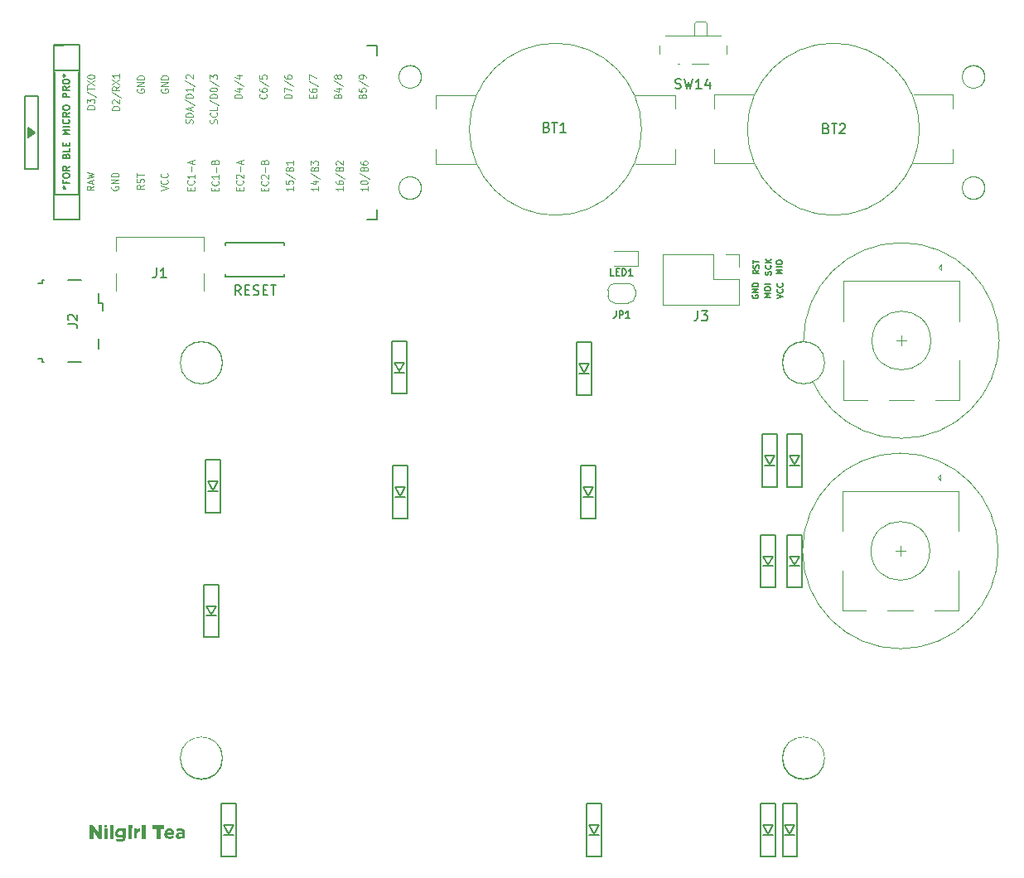
<source format=gto>
G04 #@! TF.GenerationSoftware,KiCad,Pcbnew,(5.1.4-0-10_14)*
G04 #@! TF.CreationDate,2019-10-30T02:42:43+09:00*
G04 #@! TF.ProjectId,nilgiri,6e696c67-6972-4692-9e6b-696361645f70,rev?*
G04 #@! TF.SameCoordinates,Original*
G04 #@! TF.FileFunction,Legend,Top*
G04 #@! TF.FilePolarity,Positive*
%FSLAX46Y46*%
G04 Gerber Fmt 4.6, Leading zero omitted, Abs format (unit mm)*
G04 Created by KiCad (PCBNEW (5.1.4-0-10_14)) date 2019-10-30 02:42:43*
%MOMM*%
%LPD*%
G04 APERTURE LIST*
%ADD10C,0.120000*%
%ADD11C,0.150000*%
%ADD12C,0.200000*%
%ADD13C,0.400000*%
%ADD14C,0.100000*%
%ADD15C,0.010000*%
%ADD16C,0.125000*%
%ADD17R,3.102000X4.102000*%
%ADD18C,1.902000*%
%ADD19C,4.102000*%
%ADD20C,2.002000*%
%ADD21C,1.802000*%
%ADD22C,1.102000*%
%ADD23O,1.002000X2.102000*%
%ADD24O,1.002000X1.802000*%
%ADD25R,0.402000X1.262000*%
%ADD26C,0.702000*%
%ADD27R,0.702000X1.262000*%
%ADD28C,4.202000*%
%ADD29C,2.202000*%
%ADD30C,1.702200*%
%ADD31R,1.102000X0.902000*%
%ADD32R,0.802000X1.602000*%
%ADD33C,1.002000*%
%ADD34R,1.402000X0.552000*%
%ADD35O,2.102000X1.552000*%
%ADD36O,1.902000X1.252000*%
%ADD37O,0.902000X0.902000*%
%ADD38C,2.102000*%
%ADD39R,2.102000X3.302000*%
%ADD40R,2.102000X2.102000*%
%ADD41C,1.499000*%
%ADD42R,1.499000X1.499000*%
%ADD43O,1.802000X1.802000*%
%ADD44R,1.802000X1.802000*%
%ADD45C,0.500000*%
%ADD46C,1.052000*%
G04 APERTURE END LIST*
D10*
X184300000Y-90100000D02*
G75*
G03X184300000Y-90100000I-10000000J0D01*
G01*
X184400000Y-68600000D02*
G75*
G03X184400000Y-68600000I-10000000J0D01*
G01*
D11*
X88681766Y-52964633D02*
X88848433Y-52964633D01*
X88781766Y-53131300D02*
X88848433Y-52964633D01*
X88781766Y-52797966D01*
X88981766Y-53064633D02*
X88848433Y-52964633D01*
X88981766Y-52864633D01*
X89015100Y-52297966D02*
X89015100Y-52531300D01*
X89381766Y-52531300D02*
X88681766Y-52531300D01*
X88681766Y-52197966D01*
X88681766Y-51797966D02*
X88681766Y-51664633D01*
X88715100Y-51597966D01*
X88781766Y-51531300D01*
X88915100Y-51497966D01*
X89148433Y-51497966D01*
X89281766Y-51531300D01*
X89348433Y-51597966D01*
X89381766Y-51664633D01*
X89381766Y-51797966D01*
X89348433Y-51864633D01*
X89281766Y-51931300D01*
X89148433Y-51964633D01*
X88915100Y-51964633D01*
X88781766Y-51931300D01*
X88715100Y-51864633D01*
X88681766Y-51797966D01*
X89381766Y-50797966D02*
X89048433Y-51031300D01*
X89381766Y-51197966D02*
X88681766Y-51197966D01*
X88681766Y-50931300D01*
X88715100Y-50864633D01*
X88748433Y-50831300D01*
X88815100Y-50797966D01*
X88915100Y-50797966D01*
X88981766Y-50831300D01*
X89015100Y-50864633D01*
X89048433Y-50931300D01*
X89048433Y-51197966D01*
X89015100Y-49731300D02*
X89048433Y-49631300D01*
X89081766Y-49597966D01*
X89148433Y-49564633D01*
X89248433Y-49564633D01*
X89315100Y-49597966D01*
X89348433Y-49631300D01*
X89381766Y-49697966D01*
X89381766Y-49964633D01*
X88681766Y-49964633D01*
X88681766Y-49731300D01*
X88715100Y-49664633D01*
X88748433Y-49631300D01*
X88815100Y-49597966D01*
X88881766Y-49597966D01*
X88948433Y-49631300D01*
X88981766Y-49664633D01*
X89015100Y-49731300D01*
X89015100Y-49964633D01*
X89381766Y-48931300D02*
X89381766Y-49264633D01*
X88681766Y-49264633D01*
X89015100Y-48697966D02*
X89015100Y-48464633D01*
X89381766Y-48364633D02*
X89381766Y-48697966D01*
X88681766Y-48697966D01*
X88681766Y-48364633D01*
X89381766Y-47531300D02*
X88681766Y-47531300D01*
X89181766Y-47297966D01*
X88681766Y-47064633D01*
X89381766Y-47064633D01*
X89381766Y-46731300D02*
X88681766Y-46731300D01*
X89315100Y-45997966D02*
X89348433Y-46031300D01*
X89381766Y-46131300D01*
X89381766Y-46197966D01*
X89348433Y-46297966D01*
X89281766Y-46364633D01*
X89215100Y-46397966D01*
X89081766Y-46431300D01*
X88981766Y-46431300D01*
X88848433Y-46397966D01*
X88781766Y-46364633D01*
X88715100Y-46297966D01*
X88681766Y-46197966D01*
X88681766Y-46131300D01*
X88715100Y-46031300D01*
X88748433Y-45997966D01*
X89381766Y-45297966D02*
X89048433Y-45531300D01*
X89381766Y-45697966D02*
X88681766Y-45697966D01*
X88681766Y-45431300D01*
X88715100Y-45364633D01*
X88748433Y-45331300D01*
X88815100Y-45297966D01*
X88915100Y-45297966D01*
X88981766Y-45331300D01*
X89015100Y-45364633D01*
X89048433Y-45431300D01*
X89048433Y-45697966D01*
X88681766Y-44864633D02*
X88681766Y-44731300D01*
X88715100Y-44664633D01*
X88781766Y-44597966D01*
X88915100Y-44564633D01*
X89148433Y-44564633D01*
X89281766Y-44597966D01*
X89348433Y-44664633D01*
X89381766Y-44731300D01*
X89381766Y-44864633D01*
X89348433Y-44931300D01*
X89281766Y-44997966D01*
X89148433Y-45031300D01*
X88915100Y-45031300D01*
X88781766Y-44997966D01*
X88715100Y-44931300D01*
X88681766Y-44864633D01*
X89381766Y-43731300D02*
X88681766Y-43731300D01*
X88681766Y-43464633D01*
X88715100Y-43397966D01*
X88748433Y-43364633D01*
X88815100Y-43331300D01*
X88915100Y-43331300D01*
X88981766Y-43364633D01*
X89015100Y-43397966D01*
X89048433Y-43464633D01*
X89048433Y-43731300D01*
X89381766Y-42631300D02*
X89048433Y-42864633D01*
X89381766Y-43031300D02*
X88681766Y-43031300D01*
X88681766Y-42764633D01*
X88715100Y-42697966D01*
X88748433Y-42664633D01*
X88815100Y-42631300D01*
X88915100Y-42631300D01*
X88981766Y-42664633D01*
X89015100Y-42697966D01*
X89048433Y-42764633D01*
X89048433Y-43031300D01*
X88681766Y-42197966D02*
X88681766Y-42064633D01*
X88715100Y-41997966D01*
X88781766Y-41931300D01*
X88915100Y-41897966D01*
X89148433Y-41897966D01*
X89281766Y-41931300D01*
X89348433Y-41997966D01*
X89381766Y-42064633D01*
X89381766Y-42197966D01*
X89348433Y-42264633D01*
X89281766Y-42331300D01*
X89148433Y-42364633D01*
X88915100Y-42364633D01*
X88781766Y-42331300D01*
X88715100Y-42264633D01*
X88681766Y-42197966D01*
X88681766Y-41497966D02*
X88848433Y-41497966D01*
X88781766Y-41664633D02*
X88848433Y-41497966D01*
X88781766Y-41331300D01*
X88981766Y-41597966D02*
X88848433Y-41497966D01*
X88981766Y-41397966D01*
D12*
X90297000Y-41148000D02*
X90297000Y-53721000D01*
X87884000Y-41021000D02*
X90297000Y-41021000D01*
X90424000Y-56261000D02*
X87750000Y-56250000D01*
X87884000Y-41148000D02*
X87884000Y-53721000D01*
X90424000Y-38354000D02*
X90424000Y-56261000D01*
X87757000Y-38354000D02*
X90424000Y-38354000D01*
X87884000Y-53721000D02*
X90297000Y-53721000D01*
X87750000Y-56250000D02*
X87757000Y-38354000D01*
D11*
X159207200Y-63965228D02*
X159178628Y-64022371D01*
X159178628Y-64108086D01*
X159207200Y-64193800D01*
X159264342Y-64250943D01*
X159321485Y-64279514D01*
X159435771Y-64308086D01*
X159521485Y-64308086D01*
X159635771Y-64279514D01*
X159692914Y-64250943D01*
X159750057Y-64193800D01*
X159778628Y-64108086D01*
X159778628Y-64050943D01*
X159750057Y-63965228D01*
X159721485Y-63936657D01*
X159521485Y-63936657D01*
X159521485Y-64050943D01*
X159778628Y-63679514D02*
X159178628Y-63679514D01*
X159778628Y-63336657D01*
X159178628Y-63336657D01*
X159778628Y-63050943D02*
X159178628Y-63050943D01*
X159178628Y-62908086D01*
X159207200Y-62822371D01*
X159264342Y-62765228D01*
X159321485Y-62736657D01*
X159435771Y-62708086D01*
X159521485Y-62708086D01*
X159635771Y-62736657D01*
X159692914Y-62765228D01*
X159750057Y-62822371D01*
X159778628Y-62908086D01*
X159778628Y-63050943D01*
X161678628Y-64308085D02*
X162278628Y-64108085D01*
X161678628Y-63908085D01*
X162221485Y-63365227D02*
X162250057Y-63393799D01*
X162278628Y-63479513D01*
X162278628Y-63536656D01*
X162250057Y-63622370D01*
X162192914Y-63679513D01*
X162135771Y-63708085D01*
X162021485Y-63736656D01*
X161935771Y-63736656D01*
X161821485Y-63708085D01*
X161764342Y-63679513D01*
X161707200Y-63622370D01*
X161678628Y-63536656D01*
X161678628Y-63479513D01*
X161707200Y-63393799D01*
X161735771Y-63365227D01*
X162221485Y-62765227D02*
X162250057Y-62793799D01*
X162278628Y-62879513D01*
X162278628Y-62936656D01*
X162250057Y-63022370D01*
X162192914Y-63079513D01*
X162135771Y-63108085D01*
X162021485Y-63136656D01*
X161935771Y-63136656D01*
X161821485Y-63108085D01*
X161764342Y-63079513D01*
X161707200Y-63022370D01*
X161678628Y-62936656D01*
X161678628Y-62879513D01*
X161707200Y-62793799D01*
X161735771Y-62765227D01*
X161028628Y-64165227D02*
X160428628Y-64165227D01*
X160857200Y-63965227D01*
X160428628Y-63765227D01*
X161028628Y-63765227D01*
X160428628Y-63365227D02*
X160428628Y-63250942D01*
X160457200Y-63193799D01*
X160514342Y-63136656D01*
X160628628Y-63108085D01*
X160828628Y-63108085D01*
X160942914Y-63136656D01*
X161000057Y-63193799D01*
X161028628Y-63250942D01*
X161028628Y-63365227D01*
X161000057Y-63422370D01*
X160942914Y-63479513D01*
X160828628Y-63508085D01*
X160628628Y-63508085D01*
X160514342Y-63479513D01*
X160457200Y-63422370D01*
X160428628Y-63365227D01*
X161028628Y-62850942D02*
X160428628Y-62850942D01*
X162228628Y-61750941D02*
X161628628Y-61750941D01*
X162057200Y-61550941D01*
X161628628Y-61350941D01*
X162228628Y-61350941D01*
X162228628Y-61065227D02*
X161628628Y-61065227D01*
X161628628Y-60665227D02*
X161628628Y-60550941D01*
X161657200Y-60493799D01*
X161714342Y-60436656D01*
X161828628Y-60408084D01*
X162028628Y-60408084D01*
X162142914Y-60436656D01*
X162200057Y-60493799D01*
X162228628Y-60550941D01*
X162228628Y-60665227D01*
X162200057Y-60722370D01*
X162142914Y-60779513D01*
X162028628Y-60808084D01*
X161828628Y-60808084D01*
X161714342Y-60779513D01*
X161657200Y-60722370D01*
X161628628Y-60665227D01*
X161050057Y-61865228D02*
X161078628Y-61779514D01*
X161078628Y-61636657D01*
X161050057Y-61579514D01*
X161021485Y-61550942D01*
X160964342Y-61522371D01*
X160907200Y-61522371D01*
X160850057Y-61550942D01*
X160821485Y-61579514D01*
X160792914Y-61636657D01*
X160764342Y-61750942D01*
X160735771Y-61808085D01*
X160707200Y-61836657D01*
X160650057Y-61865228D01*
X160592914Y-61865228D01*
X160535771Y-61836657D01*
X160507200Y-61808085D01*
X160478628Y-61750942D01*
X160478628Y-61608085D01*
X160507200Y-61522371D01*
X161021485Y-60922371D02*
X161050057Y-60950942D01*
X161078628Y-61036657D01*
X161078628Y-61093800D01*
X161050057Y-61179514D01*
X160992914Y-61236657D01*
X160935771Y-61265228D01*
X160821485Y-61293800D01*
X160735771Y-61293800D01*
X160621485Y-61265228D01*
X160564342Y-61236657D01*
X160507200Y-61179514D01*
X160478628Y-61093800D01*
X160478628Y-61036657D01*
X160507200Y-60950942D01*
X160535771Y-60922371D01*
X161078628Y-60665228D02*
X160478628Y-60665228D01*
X161078628Y-60322371D02*
X160735771Y-60579514D01*
X160478628Y-60322371D02*
X160821485Y-60665228D01*
X159828628Y-61422371D02*
X159542914Y-61622371D01*
X159828628Y-61765228D02*
X159228628Y-61765228D01*
X159228628Y-61536657D01*
X159257200Y-61479514D01*
X159285771Y-61450942D01*
X159342914Y-61422371D01*
X159428628Y-61422371D01*
X159485771Y-61450942D01*
X159514342Y-61479514D01*
X159542914Y-61536657D01*
X159542914Y-61765228D01*
X159800057Y-61193800D02*
X159828628Y-61108085D01*
X159828628Y-60965228D01*
X159800057Y-60908085D01*
X159771485Y-60879514D01*
X159714342Y-60850942D01*
X159657200Y-60850942D01*
X159600057Y-60879514D01*
X159571485Y-60908085D01*
X159542914Y-60965228D01*
X159514342Y-61079514D01*
X159485771Y-61136657D01*
X159457200Y-61165228D01*
X159400057Y-61193800D01*
X159342914Y-61193800D01*
X159285771Y-61165228D01*
X159257200Y-61136657D01*
X159228628Y-61079514D01*
X159228628Y-60936657D01*
X159257200Y-60850942D01*
X159228628Y-60679514D02*
X159228628Y-60336657D01*
X159828628Y-60508085D02*
X159228628Y-60508085D01*
D10*
X147842227Y-47000000D02*
G75*
G03X147842227Y-47000000I-8796114J0D01*
G01*
X147250000Y-50550000D02*
X151250000Y-50550000D01*
X151250000Y-50550000D02*
X151250000Y-43550000D01*
X151250000Y-43550000D02*
X147250000Y-43550000D01*
X130900000Y-43550000D02*
X126850000Y-43550000D01*
X126850000Y-43550000D02*
X126850000Y-50550000D01*
X126850000Y-50550000D02*
X130850000Y-50550000D01*
X176250001Y-47000000D02*
G75*
G03X176250001Y-47000000I-8796114J0D01*
G01*
X159250000Y-43450000D02*
X155250000Y-43450000D01*
X155250000Y-43450000D02*
X155250000Y-50450000D01*
X155250000Y-50450000D02*
X159250000Y-50450000D01*
X175600000Y-50450000D02*
X179650000Y-50450000D01*
X179650000Y-50450000D02*
X179650000Y-43450000D01*
X179650000Y-43450000D02*
X175650000Y-43450000D01*
X94132800Y-58025000D02*
X103072800Y-58025000D01*
X94132800Y-63535000D02*
X94132800Y-61735000D01*
X94132800Y-58025000D02*
X94132800Y-59485000D01*
X103072800Y-58025000D02*
X103072800Y-59485000D01*
X103072800Y-63535000D02*
X103072800Y-61735000D01*
D13*
X104870000Y-111302800D02*
G75*
G03X104870000Y-111302800I-2000000J0D01*
G01*
X182784000Y-53020000D02*
G75*
G03X182784000Y-53020000I-1000000J0D01*
G01*
X182784000Y-41640000D02*
G75*
G03X182784000Y-41640000I-1000000J0D01*
G01*
X125206000Y-53020000D02*
G75*
G03X125206000Y-53020000I-1000000J0D01*
G01*
X125206000Y-41640000D02*
G75*
G03X125206000Y-41640000I-1000000J0D01*
G01*
D14*
G36*
X100925000Y-119079000D02*
G01*
X100919835Y-119508616D01*
X101205000Y-119509000D01*
X101205000Y-118879000D01*
X101195000Y-118799000D01*
X101175000Y-118709000D01*
X101145000Y-118639000D01*
X101085000Y-118569000D01*
X101025000Y-118529000D01*
X100945000Y-118489000D01*
X100865000Y-118469000D01*
X100785000Y-118459000D01*
X100741896Y-118461135D01*
X100595000Y-118469000D01*
X100455000Y-118499000D01*
X100340025Y-118544334D01*
X100413406Y-118768437D01*
X100475000Y-118749000D01*
X100585000Y-118719000D01*
X100699521Y-118712455D01*
X100785000Y-118719000D01*
X100865000Y-118759000D01*
X100905000Y-118809000D01*
X100915000Y-118849000D01*
X100925000Y-118929000D01*
X100925000Y-119079000D01*
G37*
G36*
X100919835Y-119396478D02*
G01*
X100875000Y-119439000D01*
X100775000Y-119499000D01*
X100645000Y-119529000D01*
X100585000Y-119529000D01*
X100495000Y-119519000D01*
X100415000Y-119489000D01*
X100355000Y-119449000D01*
X100305000Y-119389000D01*
X100265000Y-119319000D01*
X100255000Y-119229000D01*
X100255000Y-119169000D01*
X100275000Y-119069000D01*
X100325000Y-118989000D01*
X100395000Y-118939000D01*
X100465000Y-118909000D01*
X100525000Y-118889000D01*
X100605000Y-118879000D01*
X100668515Y-118876613D01*
X100755000Y-118879000D01*
X100855000Y-118899000D01*
X100921730Y-118919160D01*
X100975000Y-118949000D01*
X100995000Y-119119000D01*
X100925519Y-119091243D01*
X100835000Y-119059000D01*
X100738106Y-119052486D01*
X100665000Y-119059000D01*
X100605000Y-119079000D01*
X100555000Y-119119000D01*
X100535000Y-119179000D01*
X100535000Y-119209000D01*
X100555000Y-119269000D01*
X100585000Y-119299000D01*
X100635000Y-119319000D01*
X100695559Y-119324993D01*
X100765000Y-119319000D01*
X100805000Y-119309000D01*
X100845000Y-119289000D01*
X100865000Y-119269000D01*
X100905000Y-119229000D01*
X100925000Y-119169000D01*
X100925519Y-119143436D01*
X100995000Y-119159000D01*
X100995000Y-119399000D01*
X100919835Y-119396478D01*
G37*
G36*
X99785000Y-118809000D02*
G01*
X99795000Y-118839000D01*
X99815000Y-118919000D01*
X99995000Y-118659000D01*
X99975000Y-118629000D01*
X99785000Y-118809000D01*
G37*
G36*
X99590889Y-118453556D02*
G01*
X99505000Y-118459000D01*
X99415000Y-118479000D01*
X99285000Y-118549000D01*
X99195000Y-118639000D01*
X99135000Y-118739000D01*
X99095000Y-118839000D01*
X99078776Y-118996503D01*
X99085000Y-119099000D01*
X99115000Y-119209000D01*
X99155000Y-119289000D01*
X99225000Y-119379000D01*
X99315000Y-119449000D01*
X99425000Y-119499000D01*
X99535000Y-119529000D01*
X99619828Y-119531871D01*
X99755000Y-119519000D01*
X99855000Y-119489000D01*
X99955000Y-119429000D01*
X100043058Y-119338601D01*
X99874937Y-119189773D01*
X99785000Y-119259000D01*
X99705000Y-119289000D01*
X99623790Y-119296054D01*
X99545000Y-119289000D01*
X99465000Y-119249000D01*
X99415000Y-119199000D01*
X99385000Y-119139000D01*
X99370575Y-119093138D01*
X100091462Y-119093138D01*
X100095000Y-119009000D01*
X100085000Y-118879000D01*
X100065000Y-118789000D01*
X99995000Y-118649000D01*
X99809308Y-118909514D01*
X99366786Y-118909514D01*
X99395000Y-118819000D01*
X99435000Y-118759000D01*
X99485000Y-118719000D01*
X99525000Y-118699000D01*
X99590889Y-118689200D01*
X99665000Y-118699000D01*
X99735000Y-118739000D01*
X99785000Y-118809000D01*
X99985000Y-118639000D01*
X99935000Y-118579000D01*
X99855000Y-118519000D01*
X99785000Y-118489000D01*
X99725000Y-118469000D01*
X99645000Y-118459000D01*
X99590889Y-118453556D01*
G37*
G36*
X97881670Y-118430301D02*
G01*
X97881670Y-118155900D01*
X99002531Y-118155900D01*
X99002531Y-118430301D01*
X97881670Y-118430301D01*
G37*
G36*
X98293359Y-118430301D02*
G01*
X98591015Y-118430301D01*
X98591015Y-119508616D01*
X98293359Y-119508616D01*
X98293359Y-118430301D01*
G37*
G36*
X96285000Y-118649000D02*
G01*
X96305000Y-118609000D01*
X96355000Y-118539000D01*
X96415000Y-118499000D01*
X96465000Y-118469000D01*
X96535000Y-118459000D01*
X96605000Y-118459000D01*
X96601644Y-118760686D01*
X96545000Y-118759000D01*
X96465000Y-118779000D01*
X96385000Y-118819000D01*
X96315000Y-118899000D01*
X96285000Y-118999000D01*
X96275000Y-119099000D01*
X96271087Y-119508616D01*
X95977393Y-119508616D01*
X95977393Y-118472848D01*
X96271087Y-118472848D01*
X96275000Y-118669000D01*
X96285000Y-118649000D01*
G37*
D15*
X96798187Y-118472848D02*
X97092053Y-118472848D01*
X97092053Y-118472848D02*
X97092053Y-119508616D01*
X97092053Y-119508616D02*
X96798187Y-119508616D01*
X96798187Y-119508616D02*
X96798187Y-118472848D01*
D14*
G36*
X96790608Y-118097850D02*
G01*
X97099805Y-118097850D01*
X97099805Y-118358816D01*
X96790608Y-118358816D01*
X96790608Y-118097850D01*
G37*
G36*
X96798187Y-118472848D02*
G01*
X97092053Y-118472848D01*
X97092053Y-119508616D01*
X96798187Y-119508616D01*
X96798187Y-118472848D01*
G37*
D15*
X95407574Y-118472848D02*
X95701440Y-118472848D01*
X95701440Y-118472848D02*
X95701440Y-119508616D01*
X95701440Y-119508616D02*
X95407574Y-119508616D01*
X95407574Y-119508616D02*
X95407574Y-118472848D01*
D14*
G36*
X95399995Y-118097850D02*
G01*
X95709192Y-118097850D01*
X95709192Y-118358816D01*
X95399995Y-118358816D01*
X95399995Y-118097850D01*
G37*
G36*
X95407574Y-118472848D02*
G01*
X95701440Y-118472848D01*
X95701440Y-119508616D01*
X95407574Y-119508616D01*
X95407574Y-118472848D01*
G37*
G36*
X94055000Y-119039000D02*
G01*
X94065000Y-119099000D01*
X94085000Y-119159000D01*
X94125000Y-119229000D01*
X94165000Y-119279000D01*
X94215000Y-119329000D01*
X94265000Y-119359000D01*
X94345000Y-119399000D01*
X94445000Y-119419000D01*
X94504098Y-119423522D01*
X94575000Y-119419000D01*
X94655000Y-119399000D01*
X94735000Y-119359000D01*
X94785000Y-119319000D01*
X94855000Y-119249000D01*
X94825000Y-119039000D01*
X94775000Y-119109000D01*
X94715000Y-119149000D01*
X94665000Y-119169000D01*
X94605000Y-119179000D01*
X94505000Y-119169000D01*
X94425000Y-119129000D01*
X94375000Y-119069000D01*
X94345000Y-119019000D01*
X94335000Y-118979000D01*
X94055000Y-119039000D01*
G37*
G36*
X94845000Y-118939000D02*
G01*
X94835000Y-118859000D01*
X94795000Y-118789000D01*
X94745000Y-118739000D01*
X94685000Y-118709000D01*
X94625000Y-118699000D01*
X94589020Y-118696952D01*
X94505000Y-118709000D01*
X94435000Y-118739000D01*
X94395000Y-118779000D01*
X94365000Y-118829000D01*
X94345000Y-118879000D01*
X94337872Y-118940520D01*
X94345000Y-118989000D01*
X94055000Y-119039000D01*
X94045000Y-118979000D01*
X94044178Y-118940520D01*
X94045000Y-118869000D01*
X94065000Y-118779000D01*
X94105000Y-118679000D01*
X94165000Y-118599000D01*
X94215000Y-118549000D01*
X94275000Y-118509000D01*
X94345000Y-118479000D01*
X94425000Y-118459000D01*
X94504098Y-118453556D01*
X94585000Y-118459000D01*
X94635000Y-118469000D01*
X94705000Y-118499000D01*
X94755000Y-118529000D01*
X94815000Y-118579000D01*
X94845000Y-118609000D01*
X94845000Y-118469000D01*
X95135000Y-118469000D01*
X95135000Y-119289000D01*
X95125000Y-119419000D01*
X95105000Y-119519000D01*
X95085000Y-119569000D01*
X95065000Y-119599000D01*
X95025000Y-119669000D01*
X94955000Y-119729000D01*
X94915000Y-119749000D01*
X94855000Y-119779000D01*
X94795000Y-119799000D01*
X94735000Y-119809000D01*
X94645000Y-119819000D01*
X94554224Y-119821603D01*
X94475000Y-119819000D01*
X94385000Y-119809000D01*
X94315000Y-119799000D01*
X94215000Y-119769000D01*
X94145000Y-119739000D01*
X94096371Y-119713427D01*
X94196795Y-119493113D01*
X94265000Y-119529000D01*
X94315000Y-119549000D01*
X94385000Y-119569000D01*
X94445000Y-119579000D01*
X94546645Y-119587853D01*
X94645000Y-119579000D01*
X94705000Y-119559000D01*
X94765000Y-119519000D01*
X94805000Y-119469000D01*
X94825000Y-119419000D01*
X94845000Y-119339000D01*
X94842234Y-119255402D01*
X94815000Y-119059000D01*
X94835000Y-119009000D01*
X94845000Y-118939000D01*
G37*
G36*
X93520696Y-119508616D02*
G01*
X93814562Y-119508616D01*
X93814562Y-118097850D01*
X93520696Y-118097850D01*
X93520696Y-119508616D01*
G37*
G36*
X92937441Y-118472848D02*
G01*
X93231307Y-118472848D01*
X93231307Y-119508616D01*
X92937441Y-119508616D01*
X92937441Y-118472848D01*
G37*
G36*
X92929862Y-118097850D02*
G01*
X93239059Y-118097850D01*
X93239059Y-118358816D01*
X92929862Y-118358816D01*
X92929862Y-118097850D01*
G37*
G36*
X91429006Y-118155900D02*
G01*
X91703408Y-118155900D01*
X92337305Y-118988751D01*
X92337305Y-118155900D01*
X92631000Y-118155900D01*
X92631000Y-119508616D01*
X92377957Y-119508616D01*
X91722872Y-118648720D01*
X91722872Y-119508616D01*
X91429006Y-119508616D01*
X91429006Y-118155900D01*
G37*
D15*
X98293359Y-119508616D02*
X98293359Y-118430301D01*
X98591015Y-119508616D02*
X98293359Y-119508616D01*
X98591015Y-118430301D02*
X98591015Y-119508616D01*
X99002531Y-118430301D02*
X98591015Y-118430301D01*
X99002531Y-118155900D02*
X99002531Y-118430301D01*
X97881670Y-118155900D02*
X99002531Y-118155900D01*
X97881670Y-118430301D02*
X97881670Y-118155900D01*
X98293359Y-118430301D02*
X97881670Y-118430301D01*
X96798187Y-119508616D02*
X96798187Y-118472848D01*
X97092054Y-119508616D02*
X96798187Y-119508616D01*
X97092054Y-118472848D02*
X97092054Y-119508616D01*
X96798187Y-118472848D02*
X97092054Y-118472848D01*
X96790608Y-118358816D02*
X96790608Y-118097850D01*
X97099805Y-118358816D02*
X96790608Y-118358816D01*
X97099805Y-118097850D02*
X97099805Y-118358816D01*
X96790608Y-118097850D02*
X97099805Y-118097850D01*
X91429006Y-119508616D02*
X91429006Y-118155900D01*
X92337305Y-118155900D02*
X92631000Y-118155900D01*
X91703408Y-118155900D02*
X92337305Y-118988751D01*
X91429006Y-118155900D02*
X91703408Y-118155900D01*
X95701441Y-118472848D02*
X95701441Y-119508616D01*
X95407574Y-118472848D02*
X95701441Y-118472848D01*
X95399995Y-118358816D02*
X95399995Y-118097850D01*
X95709192Y-118358816D02*
X95399995Y-118358816D01*
X95709192Y-118097850D02*
X95709192Y-118358816D01*
X95399995Y-118097850D02*
X95709192Y-118097850D01*
X93520696Y-119508616D02*
X93520696Y-118097850D01*
X93814562Y-119508616D02*
X93520696Y-119508616D01*
X93814562Y-118097850D02*
X93814562Y-119508616D01*
X93520696Y-118097850D02*
X93814562Y-118097850D01*
X92937441Y-119508616D02*
X92937441Y-118472848D01*
X93231307Y-119508616D02*
X92937441Y-119508616D01*
X93231307Y-118472848D02*
X93231307Y-119508616D01*
X92937441Y-118472848D02*
X93231307Y-118472848D01*
X91722872Y-119508616D02*
X91429006Y-119508616D01*
X91722872Y-118648720D02*
X91722872Y-119508616D01*
X95407574Y-119508616D02*
X95407574Y-118472848D01*
X95701441Y-119508616D02*
X95407574Y-119508616D01*
X92631000Y-119508616D02*
X92377957Y-119508616D01*
X92337305Y-118988751D02*
X92337305Y-118155900D01*
X92377957Y-119508616D02*
X91722872Y-118648720D01*
X92631000Y-118155900D02*
X92631000Y-119508616D01*
D11*
X85650000Y-47500000D02*
X85650000Y-47200000D01*
X85500000Y-47600000D02*
X85500000Y-47100000D01*
X85350000Y-47700000D02*
X85350000Y-47000000D01*
X85850000Y-47350000D02*
X85200000Y-47850000D01*
X85200000Y-46850000D02*
X85850000Y-47350000D01*
X85200000Y-47850000D02*
X85200000Y-46850000D01*
X84850000Y-43600000D02*
X84850000Y-51100000D01*
X86150000Y-43600000D02*
X84850000Y-43600000D01*
X86150000Y-51100000D02*
X86150000Y-43600000D01*
X84850000Y-51100000D02*
X86150000Y-51100000D01*
X87750000Y-56250000D02*
X88750000Y-56250000D01*
X87750000Y-38450000D02*
X88750000Y-38450000D01*
X87750000Y-56250000D02*
X87750000Y-55250000D01*
X87750000Y-38450000D02*
X87750000Y-39400000D01*
X119750000Y-56250000D02*
X120800000Y-56250000D01*
X119800000Y-38450000D02*
X120800000Y-38450000D01*
X120800000Y-56250000D02*
X120800000Y-55250000D01*
X120800000Y-38450000D02*
X120800000Y-39460000D01*
D10*
X149650000Y-38480000D02*
X149650000Y-39270000D01*
X156550000Y-39270000D02*
X156550000Y-38480000D01*
X154700000Y-40320000D02*
X153000000Y-40320000D01*
X155950000Y-37470000D02*
X150250000Y-37470000D01*
X153200000Y-36180000D02*
X153200000Y-37470000D01*
X154300000Y-35970000D02*
X153400000Y-35970000D01*
X154500000Y-37470000D02*
X154500000Y-36180000D01*
X153200000Y-36180000D02*
X153400000Y-35970000D01*
X154500000Y-36180000D02*
X154300000Y-35970000D01*
X151700000Y-40320000D02*
X151500000Y-40320000D01*
D13*
X166388800Y-111302800D02*
G75*
G03X166388800Y-111302800I-2000000J0D01*
G01*
X166388800Y-70866000D02*
G75*
G03X166388800Y-70866000I-2000000J0D01*
G01*
X104870000Y-70866000D02*
G75*
G03X104870000Y-70866000I-2000000J0D01*
G01*
D11*
X111305600Y-58575000D02*
X111305600Y-58825000D01*
X105305600Y-58575000D02*
X111305600Y-58575000D01*
X105305600Y-58575000D02*
X105305600Y-58825000D01*
X105305600Y-62075000D02*
X105305600Y-61825000D01*
X111305600Y-62075000D02*
X111305600Y-61825000D01*
X105305600Y-62075000D02*
X111305600Y-62075000D01*
X90591400Y-62448800D02*
X89191400Y-62448800D01*
X86791400Y-62448800D02*
X86641400Y-62448800D01*
X86641400Y-62448800D02*
X86641400Y-62748800D01*
X86641400Y-62748800D02*
X86191400Y-62748800D01*
X86191400Y-70448800D02*
X86641400Y-70448800D01*
X86641400Y-70448800D02*
X86641400Y-70748800D01*
X86641400Y-70748800D02*
X86791400Y-70748800D01*
X89191400Y-70748800D02*
X90591400Y-70748800D01*
X92766400Y-65523800D02*
X92766400Y-64798800D01*
X92766400Y-64798800D02*
X92341400Y-64798800D01*
X92341400Y-64798800D02*
X92341400Y-63798800D01*
X92341400Y-68398800D02*
X92341400Y-69398800D01*
D10*
X174400000Y-68100000D02*
X174400000Y-69100000D01*
X174900000Y-68600000D02*
X173900000Y-68600000D01*
X170900000Y-74700000D02*
X168500000Y-74700000D01*
X175700000Y-74700000D02*
X173100000Y-74700000D01*
X180300000Y-74700000D02*
X177900000Y-74700000D01*
X178500000Y-61400000D02*
X178200000Y-61100000D01*
X178500000Y-60800000D02*
X178500000Y-61400000D01*
X178200000Y-61100000D02*
X178500000Y-60800000D01*
X180300000Y-62500000D02*
X168500000Y-62500000D01*
X180300000Y-66600000D02*
X180300000Y-62500000D01*
X168500000Y-66600000D02*
X168500000Y-62500000D01*
X168500000Y-74700000D02*
X168500000Y-70600000D01*
X180300000Y-70600000D02*
X180300000Y-74700000D01*
X177400000Y-68600000D02*
G75*
G03X177400000Y-68600000I-3000000J0D01*
G01*
X174300000Y-89600000D02*
X174300000Y-90600000D01*
X174800000Y-90100000D02*
X173800000Y-90100000D01*
X170800000Y-96200000D02*
X168400000Y-96200000D01*
X175600000Y-96200000D02*
X173000000Y-96200000D01*
X180200000Y-96200000D02*
X177800000Y-96200000D01*
X178400000Y-82900000D02*
X178100000Y-82600000D01*
X178400000Y-82300000D02*
X178400000Y-82900000D01*
X178100000Y-82600000D02*
X178400000Y-82300000D01*
X180200000Y-84000000D02*
X168400000Y-84000000D01*
X180200000Y-88100000D02*
X180200000Y-84000000D01*
X168400000Y-88100000D02*
X168400000Y-84000000D01*
X168400000Y-96200000D02*
X168400000Y-92100000D01*
X180200000Y-92100000D02*
X180200000Y-96200000D01*
X177300000Y-90100000D02*
G75*
G03X177300000Y-90100000I-3000000J0D01*
G01*
D11*
X122350000Y-68650000D02*
X123850000Y-68650000D01*
X122350000Y-74050000D02*
X122350000Y-68650000D01*
X123850000Y-74050000D02*
X122350000Y-74050000D01*
X123850000Y-68650000D02*
X123850000Y-74050000D01*
X123600000Y-71850000D02*
X122600000Y-71850000D01*
X122600000Y-70850000D02*
X123100000Y-71750000D01*
X123600000Y-70850000D02*
X122600000Y-70850000D01*
X123100000Y-71750000D02*
X123600000Y-70850000D01*
X162250000Y-115925000D02*
X163750000Y-115925000D01*
X162250000Y-121325000D02*
X162250000Y-115925000D01*
X163750000Y-121325000D02*
X162250000Y-121325000D01*
X163750000Y-115925000D02*
X163750000Y-121325000D01*
X163500000Y-119125000D02*
X162500000Y-119125000D01*
X162500000Y-118125000D02*
X163000000Y-119025000D01*
X163500000Y-118125000D02*
X162500000Y-118125000D01*
X163000000Y-119025000D02*
X163500000Y-118125000D01*
X160000000Y-88450000D02*
X161500000Y-88450000D01*
X160000000Y-93850000D02*
X160000000Y-88450000D01*
X161500000Y-93850000D02*
X160000000Y-93850000D01*
X161500000Y-88450000D02*
X161500000Y-93850000D01*
X161250000Y-91650000D02*
X160250000Y-91650000D01*
X160250000Y-90650000D02*
X160750000Y-91550000D01*
X161250000Y-90650000D02*
X160250000Y-90650000D01*
X160750000Y-91550000D02*
X161250000Y-90650000D01*
X160200000Y-78150000D02*
X161700000Y-78150000D01*
X160200000Y-83550000D02*
X160200000Y-78150000D01*
X161700000Y-83550000D02*
X160200000Y-83550000D01*
X161700000Y-78150000D02*
X161700000Y-83550000D01*
X161450000Y-81350000D02*
X160450000Y-81350000D01*
X160450000Y-80350000D02*
X160950000Y-81250000D01*
X161450000Y-80350000D02*
X160450000Y-80350000D01*
X160950000Y-81250000D02*
X161450000Y-80350000D01*
X160000000Y-115925000D02*
X161500000Y-115925000D01*
X160000000Y-121325000D02*
X160000000Y-115925000D01*
X161500000Y-121325000D02*
X160000000Y-121325000D01*
X161500000Y-115925000D02*
X161500000Y-121325000D01*
X161250000Y-119125000D02*
X160250000Y-119125000D01*
X160250000Y-118125000D02*
X160750000Y-119025000D01*
X161250000Y-118125000D02*
X160250000Y-118125000D01*
X160750000Y-119025000D02*
X161250000Y-118125000D01*
X141650000Y-81375000D02*
X143150000Y-81375000D01*
X141650000Y-86775000D02*
X141650000Y-81375000D01*
X143150000Y-86775000D02*
X141650000Y-86775000D01*
X143150000Y-81375000D02*
X143150000Y-86775000D01*
X142900000Y-84575000D02*
X141900000Y-84575000D01*
X141900000Y-83575000D02*
X142400000Y-84475000D01*
X142900000Y-83575000D02*
X141900000Y-83575000D01*
X142400000Y-84475000D02*
X142900000Y-83575000D01*
X141200000Y-68750000D02*
X142700000Y-68750000D01*
X141200000Y-74150000D02*
X141200000Y-68750000D01*
X142700000Y-74150000D02*
X141200000Y-74150000D01*
X142700000Y-68750000D02*
X142700000Y-74150000D01*
X142450000Y-71950000D02*
X141450000Y-71950000D01*
X141450000Y-70950000D02*
X141950000Y-71850000D01*
X142450000Y-70950000D02*
X141450000Y-70950000D01*
X141950000Y-71850000D02*
X142450000Y-70950000D01*
X162700000Y-88450000D02*
X164200000Y-88450000D01*
X162700000Y-93850000D02*
X162700000Y-88450000D01*
X164200000Y-93850000D02*
X162700000Y-93850000D01*
X164200000Y-88450000D02*
X164200000Y-93850000D01*
X163950000Y-91650000D02*
X162950000Y-91650000D01*
X162950000Y-90650000D02*
X163450000Y-91550000D01*
X163950000Y-90650000D02*
X162950000Y-90650000D01*
X163450000Y-91550000D02*
X163950000Y-90650000D01*
X142252000Y-115925000D02*
X143752000Y-115925000D01*
X142252000Y-121325000D02*
X142252000Y-115925000D01*
X143752000Y-121325000D02*
X142252000Y-121325000D01*
X143752000Y-115925000D02*
X143752000Y-121325000D01*
X143502000Y-119125000D02*
X142502000Y-119125000D01*
X142502000Y-118125000D02*
X143002000Y-119025000D01*
X143502000Y-118125000D02*
X142502000Y-118125000D01*
X143002000Y-119025000D02*
X143502000Y-118125000D01*
X122440000Y-81374000D02*
X123940000Y-81374000D01*
X122440000Y-86774000D02*
X122440000Y-81374000D01*
X123940000Y-86774000D02*
X122440000Y-86774000D01*
X123940000Y-81374000D02*
X123940000Y-86774000D01*
X123690000Y-84574000D02*
X122690000Y-84574000D01*
X122690000Y-83574000D02*
X123190000Y-84474000D01*
X123690000Y-83574000D02*
X122690000Y-83574000D01*
X123190000Y-84474000D02*
X123690000Y-83574000D01*
X162750000Y-78150000D02*
X164250000Y-78150000D01*
X162750000Y-83550000D02*
X162750000Y-78150000D01*
X164250000Y-83550000D02*
X162750000Y-83550000D01*
X164250000Y-78150000D02*
X164250000Y-83550000D01*
X164000000Y-81350000D02*
X163000000Y-81350000D01*
X163000000Y-80350000D02*
X163500000Y-81250000D01*
X164000000Y-80350000D02*
X163000000Y-80350000D01*
X163500000Y-81250000D02*
X164000000Y-80350000D01*
X104914000Y-115925000D02*
X106414000Y-115925000D01*
X104914000Y-121325000D02*
X104914000Y-115925000D01*
X106414000Y-121325000D02*
X104914000Y-121325000D01*
X106414000Y-115925000D02*
X106414000Y-121325000D01*
X106164000Y-119125000D02*
X105164000Y-119125000D01*
X105164000Y-118125000D02*
X105664000Y-119025000D01*
X106164000Y-118125000D02*
X105164000Y-118125000D01*
X105664000Y-119025000D02*
X106164000Y-118125000D01*
X103150000Y-93525000D02*
X104650000Y-93525000D01*
X103150000Y-98925000D02*
X103150000Y-93525000D01*
X104650000Y-98925000D02*
X103150000Y-98925000D01*
X104650000Y-93525000D02*
X104650000Y-98925000D01*
X104400000Y-96725000D02*
X103400000Y-96725000D01*
X103400000Y-95725000D02*
X103900000Y-96625000D01*
X104400000Y-95725000D02*
X103400000Y-95725000D01*
X103900000Y-96625000D02*
X104400000Y-95725000D01*
X103300000Y-80800000D02*
X104800000Y-80800000D01*
X103300000Y-86200000D02*
X103300000Y-80800000D01*
X104800000Y-86200000D02*
X103300000Y-86200000D01*
X104800000Y-80800000D02*
X104800000Y-86200000D01*
X104550000Y-84000000D02*
X103550000Y-84000000D01*
X103550000Y-83000000D02*
X104050000Y-83900000D01*
X104550000Y-83000000D02*
X103550000Y-83000000D01*
X104050000Y-83900000D02*
X104550000Y-83000000D01*
D10*
X157794000Y-59757000D02*
X157794000Y-61087000D01*
X156464000Y-59757000D02*
X157794000Y-59757000D01*
X157794000Y-62357000D02*
X157794000Y-64957000D01*
X155194000Y-62357000D02*
X157794000Y-62357000D01*
X155194000Y-59757000D02*
X155194000Y-62357000D01*
X157794000Y-64957000D02*
X150054000Y-64957000D01*
X155194000Y-59757000D02*
X150054000Y-59757000D01*
X150054000Y-59757000D02*
X150054000Y-64957000D01*
X145096000Y-62754000D02*
X146496000Y-62754000D01*
X147196000Y-63454000D02*
X147196000Y-64054000D01*
X146496000Y-64754000D02*
X145096000Y-64754000D01*
X144396000Y-64054000D02*
X144396000Y-63454000D01*
X144396000Y-63454000D02*
G75*
G02X145096000Y-62754000I700000J0D01*
G01*
X145096000Y-64754000D02*
G75*
G02X144396000Y-64054000I0J700000D01*
G01*
X147196000Y-64054000D02*
G75*
G02X146496000Y-64754000I-700000J0D01*
G01*
X146496000Y-62754000D02*
G75*
G02X147196000Y-63454000I0J-700000D01*
G01*
X147456000Y-59463000D02*
X144996000Y-59463000D01*
X147456000Y-60933000D02*
X147456000Y-59463000D01*
X144996000Y-60933000D02*
X147456000Y-60933000D01*
D11*
X138152285Y-46791571D02*
X138295142Y-46839190D01*
X138342761Y-46886809D01*
X138390380Y-46982047D01*
X138390380Y-47124904D01*
X138342761Y-47220142D01*
X138295142Y-47267761D01*
X138199904Y-47315380D01*
X137818952Y-47315380D01*
X137818952Y-46315380D01*
X138152285Y-46315380D01*
X138247523Y-46363000D01*
X138295142Y-46410619D01*
X138342761Y-46505857D01*
X138342761Y-46601095D01*
X138295142Y-46696333D01*
X138247523Y-46743952D01*
X138152285Y-46791571D01*
X137818952Y-46791571D01*
X138676095Y-46315380D02*
X139247523Y-46315380D01*
X138961809Y-47315380D02*
X138961809Y-46315380D01*
X140104666Y-47315380D02*
X139533238Y-47315380D01*
X139818952Y-47315380D02*
X139818952Y-46315380D01*
X139723714Y-46458238D01*
X139628476Y-46553476D01*
X139533238Y-46601095D01*
X166727285Y-46918571D02*
X166870142Y-46966190D01*
X166917761Y-47013809D01*
X166965380Y-47109047D01*
X166965380Y-47251904D01*
X166917761Y-47347142D01*
X166870142Y-47394761D01*
X166774904Y-47442380D01*
X166393952Y-47442380D01*
X166393952Y-46442380D01*
X166727285Y-46442380D01*
X166822523Y-46490000D01*
X166870142Y-46537619D01*
X166917761Y-46632857D01*
X166917761Y-46728095D01*
X166870142Y-46823333D01*
X166822523Y-46870952D01*
X166727285Y-46918571D01*
X166393952Y-46918571D01*
X167251095Y-46442380D02*
X167822523Y-46442380D01*
X167536809Y-47442380D02*
X167536809Y-46442380D01*
X168108238Y-46537619D02*
X168155857Y-46490000D01*
X168251095Y-46442380D01*
X168489190Y-46442380D01*
X168584428Y-46490000D01*
X168632047Y-46537619D01*
X168679666Y-46632857D01*
X168679666Y-46728095D01*
X168632047Y-46870952D01*
X168060619Y-47442380D01*
X168679666Y-47442380D01*
X98269466Y-61174380D02*
X98269466Y-61888666D01*
X98221847Y-62031523D01*
X98126609Y-62126761D01*
X97983752Y-62174380D01*
X97888514Y-62174380D01*
X99269466Y-62174380D02*
X98698038Y-62174380D01*
X98983752Y-62174380D02*
X98983752Y-61174380D01*
X98888514Y-61317238D01*
X98793276Y-61412476D01*
X98698038Y-61460095D01*
D16*
X93696100Y-52862276D02*
X93660385Y-52926085D01*
X93660385Y-53021800D01*
X93696100Y-53117514D01*
X93767528Y-53181323D01*
X93838957Y-53213228D01*
X93981814Y-53245133D01*
X94088957Y-53245133D01*
X94231814Y-53213228D01*
X94303242Y-53181323D01*
X94374671Y-53117514D01*
X94410385Y-53021800D01*
X94410385Y-52957990D01*
X94374671Y-52862276D01*
X94338957Y-52830371D01*
X94088957Y-52830371D01*
X94088957Y-52957990D01*
X94410385Y-52543228D02*
X93660385Y-52543228D01*
X94410385Y-52160371D01*
X93660385Y-52160371D01*
X94410385Y-51841323D02*
X93660385Y-51841323D01*
X93660385Y-51681800D01*
X93696100Y-51586085D01*
X93767528Y-51522276D01*
X93838957Y-51490371D01*
X93981814Y-51458466D01*
X94088957Y-51458466D01*
X94231814Y-51490371D01*
X94303242Y-51522276D01*
X94374671Y-51586085D01*
X94410385Y-51681800D01*
X94410385Y-51841323D01*
X116796428Y-43586190D02*
X116832142Y-43490476D01*
X116867857Y-43458571D01*
X116939285Y-43426666D01*
X117046428Y-43426666D01*
X117117857Y-43458571D01*
X117153571Y-43490476D01*
X117189285Y-43554285D01*
X117189285Y-43809523D01*
X116439285Y-43809523D01*
X116439285Y-43586190D01*
X116475000Y-43522380D01*
X116510714Y-43490476D01*
X116582142Y-43458571D01*
X116653571Y-43458571D01*
X116725000Y-43490476D01*
X116760714Y-43522380D01*
X116796428Y-43586190D01*
X116796428Y-43809523D01*
X116689285Y-42852380D02*
X117189285Y-42852380D01*
X116403571Y-43011904D02*
X116939285Y-43171428D01*
X116939285Y-42756666D01*
X116403571Y-42022857D02*
X117367857Y-42597142D01*
X116760714Y-41703809D02*
X116725000Y-41767619D01*
X116689285Y-41799523D01*
X116617857Y-41831428D01*
X116582142Y-41831428D01*
X116510714Y-41799523D01*
X116475000Y-41767619D01*
X116439285Y-41703809D01*
X116439285Y-41576190D01*
X116475000Y-41512380D01*
X116510714Y-41480476D01*
X116582142Y-41448571D01*
X116617857Y-41448571D01*
X116689285Y-41480476D01*
X116725000Y-41512380D01*
X116760714Y-41576190D01*
X116760714Y-41703809D01*
X116796428Y-41767619D01*
X116832142Y-41799523D01*
X116903571Y-41831428D01*
X117046428Y-41831428D01*
X117117857Y-41799523D01*
X117153571Y-41767619D01*
X117189285Y-41703809D01*
X117189285Y-41576190D01*
X117153571Y-41512380D01*
X117117857Y-41480476D01*
X117046428Y-41448571D01*
X116903571Y-41448571D01*
X116832142Y-41480476D01*
X116796428Y-41512380D01*
X116760714Y-41576190D01*
X94489285Y-45013571D02*
X93739285Y-45013571D01*
X93739285Y-44854047D01*
X93775000Y-44758333D01*
X93846428Y-44694523D01*
X93917857Y-44662619D01*
X94060714Y-44630714D01*
X94167857Y-44630714D01*
X94310714Y-44662619D01*
X94382142Y-44694523D01*
X94453571Y-44758333D01*
X94489285Y-44854047D01*
X94489285Y-45013571D01*
X93810714Y-44375476D02*
X93775000Y-44343571D01*
X93739285Y-44279761D01*
X93739285Y-44120238D01*
X93775000Y-44056428D01*
X93810714Y-44024523D01*
X93882142Y-43992619D01*
X93953571Y-43992619D01*
X94060714Y-44024523D01*
X94489285Y-44407380D01*
X94489285Y-43992619D01*
X93703571Y-43226904D02*
X94667857Y-43801190D01*
X94489285Y-42620714D02*
X94132142Y-42844047D01*
X94489285Y-43003571D02*
X93739285Y-43003571D01*
X93739285Y-42748333D01*
X93775000Y-42684523D01*
X93810714Y-42652619D01*
X93882142Y-42620714D01*
X93989285Y-42620714D01*
X94060714Y-42652619D01*
X94096428Y-42684523D01*
X94132142Y-42748333D01*
X94132142Y-43003571D01*
X93739285Y-42397380D02*
X94489285Y-41950714D01*
X93739285Y-41950714D02*
X94489285Y-42397380D01*
X94489285Y-41344523D02*
X94489285Y-41727380D01*
X94489285Y-41535952D02*
X93739285Y-41535952D01*
X93846428Y-41599761D01*
X93917857Y-41663571D01*
X93953571Y-41727380D01*
X119296428Y-43586190D02*
X119332142Y-43490476D01*
X119367857Y-43458571D01*
X119439285Y-43426666D01*
X119546428Y-43426666D01*
X119617857Y-43458571D01*
X119653571Y-43490476D01*
X119689285Y-43554285D01*
X119689285Y-43809523D01*
X118939285Y-43809523D01*
X118939285Y-43586190D01*
X118975000Y-43522380D01*
X119010714Y-43490476D01*
X119082142Y-43458571D01*
X119153571Y-43458571D01*
X119225000Y-43490476D01*
X119260714Y-43522380D01*
X119296428Y-43586190D01*
X119296428Y-43809523D01*
X118939285Y-42820476D02*
X118939285Y-43139523D01*
X119296428Y-43171428D01*
X119260714Y-43139523D01*
X119225000Y-43075714D01*
X119225000Y-42916190D01*
X119260714Y-42852380D01*
X119296428Y-42820476D01*
X119367857Y-42788571D01*
X119546428Y-42788571D01*
X119617857Y-42820476D01*
X119653571Y-42852380D01*
X119689285Y-42916190D01*
X119689285Y-43075714D01*
X119653571Y-43139523D01*
X119617857Y-43171428D01*
X118903571Y-42022857D02*
X119867857Y-42597142D01*
X119689285Y-41767619D02*
X119689285Y-41640000D01*
X119653571Y-41576190D01*
X119617857Y-41544285D01*
X119510714Y-41480476D01*
X119367857Y-41448571D01*
X119082142Y-41448571D01*
X119010714Y-41480476D01*
X118975000Y-41512380D01*
X118939285Y-41576190D01*
X118939285Y-41703809D01*
X118975000Y-41767619D01*
X119010714Y-41799523D01*
X119082142Y-41831428D01*
X119260714Y-41831428D01*
X119332142Y-41799523D01*
X119367857Y-41767619D01*
X119403571Y-41703809D01*
X119403571Y-41576190D01*
X119367857Y-41512380D01*
X119332142Y-41480476D01*
X119260714Y-41448571D01*
X109467857Y-43426666D02*
X109503571Y-43458571D01*
X109539285Y-43554285D01*
X109539285Y-43618095D01*
X109503571Y-43713809D01*
X109432142Y-43777619D01*
X109360714Y-43809523D01*
X109217857Y-43841428D01*
X109110714Y-43841428D01*
X108967857Y-43809523D01*
X108896428Y-43777619D01*
X108825000Y-43713809D01*
X108789285Y-43618095D01*
X108789285Y-43554285D01*
X108825000Y-43458571D01*
X108860714Y-43426666D01*
X108789285Y-42852380D02*
X108789285Y-42980000D01*
X108825000Y-43043809D01*
X108860714Y-43075714D01*
X108967857Y-43139523D01*
X109110714Y-43171428D01*
X109396428Y-43171428D01*
X109467857Y-43139523D01*
X109503571Y-43107619D01*
X109539285Y-43043809D01*
X109539285Y-42916190D01*
X109503571Y-42852380D01*
X109467857Y-42820476D01*
X109396428Y-42788571D01*
X109217857Y-42788571D01*
X109146428Y-42820476D01*
X109110714Y-42852380D01*
X109075000Y-42916190D01*
X109075000Y-43043809D01*
X109110714Y-43107619D01*
X109146428Y-43139523D01*
X109217857Y-43171428D01*
X108753571Y-42022857D02*
X109717857Y-42597142D01*
X108789285Y-41480476D02*
X108789285Y-41799523D01*
X109146428Y-41831428D01*
X109110714Y-41799523D01*
X109075000Y-41735714D01*
X109075000Y-41576190D01*
X109110714Y-41512380D01*
X109146428Y-41480476D01*
X109217857Y-41448571D01*
X109396428Y-41448571D01*
X109467857Y-41480476D01*
X109503571Y-41512380D01*
X109539285Y-41576190D01*
X109539285Y-41735714D01*
X109503571Y-41799523D01*
X109467857Y-41831428D01*
X104453571Y-46367619D02*
X104489285Y-46271904D01*
X104489285Y-46112380D01*
X104453571Y-46048571D01*
X104417857Y-46016666D01*
X104346428Y-45984761D01*
X104275000Y-45984761D01*
X104203571Y-46016666D01*
X104167857Y-46048571D01*
X104132142Y-46112380D01*
X104096428Y-46240000D01*
X104060714Y-46303809D01*
X104025000Y-46335714D01*
X103953571Y-46367619D01*
X103882142Y-46367619D01*
X103810714Y-46335714D01*
X103775000Y-46303809D01*
X103739285Y-46240000D01*
X103739285Y-46080476D01*
X103775000Y-45984761D01*
X104417857Y-45314761D02*
X104453571Y-45346666D01*
X104489285Y-45442380D01*
X104489285Y-45506190D01*
X104453571Y-45601904D01*
X104382142Y-45665714D01*
X104310714Y-45697619D01*
X104167857Y-45729523D01*
X104060714Y-45729523D01*
X103917857Y-45697619D01*
X103846428Y-45665714D01*
X103775000Y-45601904D01*
X103739285Y-45506190D01*
X103739285Y-45442380D01*
X103775000Y-45346666D01*
X103810714Y-45314761D01*
X104489285Y-44708571D02*
X104489285Y-45027619D01*
X103739285Y-45027619D01*
X103703571Y-44006666D02*
X104667857Y-44580952D01*
X104489285Y-43783333D02*
X103739285Y-43783333D01*
X103739285Y-43623809D01*
X103775000Y-43528095D01*
X103846428Y-43464285D01*
X103917857Y-43432380D01*
X104060714Y-43400476D01*
X104167857Y-43400476D01*
X104310714Y-43432380D01*
X104382142Y-43464285D01*
X104453571Y-43528095D01*
X104489285Y-43623809D01*
X104489285Y-43783333D01*
X103739285Y-42985714D02*
X103739285Y-42921904D01*
X103775000Y-42858095D01*
X103810714Y-42826190D01*
X103882142Y-42794285D01*
X104025000Y-42762380D01*
X104203571Y-42762380D01*
X104346428Y-42794285D01*
X104417857Y-42826190D01*
X104453571Y-42858095D01*
X104489285Y-42921904D01*
X104489285Y-42985714D01*
X104453571Y-43049523D01*
X104417857Y-43081428D01*
X104346428Y-43113333D01*
X104203571Y-43145238D01*
X104025000Y-43145238D01*
X103882142Y-43113333D01*
X103810714Y-43081428D01*
X103775000Y-43049523D01*
X103739285Y-42985714D01*
X103703571Y-41996666D02*
X104667857Y-42570952D01*
X103739285Y-41837142D02*
X103739285Y-41422380D01*
X104025000Y-41645714D01*
X104025000Y-41550000D01*
X104060714Y-41486190D01*
X104096428Y-41454285D01*
X104167857Y-41422380D01*
X104346428Y-41422380D01*
X104417857Y-41454285D01*
X104453571Y-41486190D01*
X104489285Y-41550000D01*
X104489285Y-41741428D01*
X104453571Y-41805238D01*
X104417857Y-41837142D01*
X101953571Y-46383571D02*
X101989285Y-46287857D01*
X101989285Y-46128333D01*
X101953571Y-46064523D01*
X101917857Y-46032619D01*
X101846428Y-46000714D01*
X101775000Y-46000714D01*
X101703571Y-46032619D01*
X101667857Y-46064523D01*
X101632142Y-46128333D01*
X101596428Y-46255952D01*
X101560714Y-46319761D01*
X101525000Y-46351666D01*
X101453571Y-46383571D01*
X101382142Y-46383571D01*
X101310714Y-46351666D01*
X101275000Y-46319761D01*
X101239285Y-46255952D01*
X101239285Y-46096428D01*
X101275000Y-46000714D01*
X101989285Y-45713571D02*
X101239285Y-45713571D01*
X101239285Y-45554047D01*
X101275000Y-45458333D01*
X101346428Y-45394523D01*
X101417857Y-45362619D01*
X101560714Y-45330714D01*
X101667857Y-45330714D01*
X101810714Y-45362619D01*
X101882142Y-45394523D01*
X101953571Y-45458333D01*
X101989285Y-45554047D01*
X101989285Y-45713571D01*
X101775000Y-45075476D02*
X101775000Y-44756428D01*
X101989285Y-45139285D02*
X101239285Y-44915952D01*
X101989285Y-44692619D01*
X101203571Y-43990714D02*
X102167857Y-44565000D01*
X101989285Y-43767380D02*
X101239285Y-43767380D01*
X101239285Y-43607857D01*
X101275000Y-43512142D01*
X101346428Y-43448333D01*
X101417857Y-43416428D01*
X101560714Y-43384523D01*
X101667857Y-43384523D01*
X101810714Y-43416428D01*
X101882142Y-43448333D01*
X101953571Y-43512142D01*
X101989285Y-43607857D01*
X101989285Y-43767380D01*
X101989285Y-42746428D02*
X101989285Y-43129285D01*
X101989285Y-42937857D02*
X101239285Y-42937857D01*
X101346428Y-43001666D01*
X101417857Y-43065476D01*
X101453571Y-43129285D01*
X101203571Y-41980714D02*
X102167857Y-42555000D01*
X101310714Y-41789285D02*
X101275000Y-41757380D01*
X101239285Y-41693571D01*
X101239285Y-41534047D01*
X101275000Y-41470238D01*
X101310714Y-41438333D01*
X101382142Y-41406428D01*
X101453571Y-41406428D01*
X101560714Y-41438333D01*
X101989285Y-41821190D01*
X101989285Y-41406428D01*
X106989285Y-43809523D02*
X106239285Y-43809523D01*
X106239285Y-43650000D01*
X106275000Y-43554285D01*
X106346428Y-43490476D01*
X106417857Y-43458571D01*
X106560714Y-43426666D01*
X106667857Y-43426666D01*
X106810714Y-43458571D01*
X106882142Y-43490476D01*
X106953571Y-43554285D01*
X106989285Y-43650000D01*
X106989285Y-43809523D01*
X106489285Y-42852380D02*
X106989285Y-42852380D01*
X106203571Y-43011904D02*
X106739285Y-43171428D01*
X106739285Y-42756666D01*
X106203571Y-42022857D02*
X107167857Y-42597142D01*
X106489285Y-41512380D02*
X106989285Y-41512380D01*
X106203571Y-41671904D02*
X106739285Y-41831428D01*
X106739285Y-41416666D01*
X91939285Y-44933809D02*
X91189285Y-44933809D01*
X91189285Y-44774285D01*
X91225000Y-44678571D01*
X91296428Y-44614761D01*
X91367857Y-44582857D01*
X91510714Y-44550952D01*
X91617857Y-44550952D01*
X91760714Y-44582857D01*
X91832142Y-44614761D01*
X91903571Y-44678571D01*
X91939285Y-44774285D01*
X91939285Y-44933809D01*
X91189285Y-44327619D02*
X91189285Y-43912857D01*
X91475000Y-44136190D01*
X91475000Y-44040476D01*
X91510714Y-43976666D01*
X91546428Y-43944761D01*
X91617857Y-43912857D01*
X91796428Y-43912857D01*
X91867857Y-43944761D01*
X91903571Y-43976666D01*
X91939285Y-44040476D01*
X91939285Y-44231904D01*
X91903571Y-44295714D01*
X91867857Y-44327619D01*
X91153571Y-43147142D02*
X92117857Y-43721428D01*
X91189285Y-43019523D02*
X91189285Y-42636666D01*
X91939285Y-42828095D02*
X91189285Y-42828095D01*
X91189285Y-42477142D02*
X91939285Y-42030476D01*
X91189285Y-42030476D02*
X91939285Y-42477142D01*
X91189285Y-41647619D02*
X91189285Y-41583809D01*
X91225000Y-41520000D01*
X91260714Y-41488095D01*
X91332142Y-41456190D01*
X91475000Y-41424285D01*
X91653571Y-41424285D01*
X91796428Y-41456190D01*
X91867857Y-41488095D01*
X91903571Y-41520000D01*
X91939285Y-41583809D01*
X91939285Y-41647619D01*
X91903571Y-41711428D01*
X91867857Y-41743333D01*
X91796428Y-41775238D01*
X91653571Y-41807142D01*
X91475000Y-41807142D01*
X91332142Y-41775238D01*
X91260714Y-41743333D01*
X91225000Y-41711428D01*
X91189285Y-41647619D01*
X98775000Y-42905476D02*
X98739285Y-42969285D01*
X98739285Y-43065000D01*
X98775000Y-43160714D01*
X98846428Y-43224523D01*
X98917857Y-43256428D01*
X99060714Y-43288333D01*
X99167857Y-43288333D01*
X99310714Y-43256428D01*
X99382142Y-43224523D01*
X99453571Y-43160714D01*
X99489285Y-43065000D01*
X99489285Y-43001190D01*
X99453571Y-42905476D01*
X99417857Y-42873571D01*
X99167857Y-42873571D01*
X99167857Y-43001190D01*
X99489285Y-42586428D02*
X98739285Y-42586428D01*
X99489285Y-42203571D01*
X98739285Y-42203571D01*
X99489285Y-41884523D02*
X98739285Y-41884523D01*
X98739285Y-41725000D01*
X98775000Y-41629285D01*
X98846428Y-41565476D01*
X98917857Y-41533571D01*
X99060714Y-41501666D01*
X99167857Y-41501666D01*
X99310714Y-41533571D01*
X99382142Y-41565476D01*
X99453571Y-41629285D01*
X99489285Y-41725000D01*
X99489285Y-41884523D01*
X96325000Y-42905476D02*
X96289285Y-42969285D01*
X96289285Y-43065000D01*
X96325000Y-43160714D01*
X96396428Y-43224523D01*
X96467857Y-43256428D01*
X96610714Y-43288333D01*
X96717857Y-43288333D01*
X96860714Y-43256428D01*
X96932142Y-43224523D01*
X97003571Y-43160714D01*
X97039285Y-43065000D01*
X97039285Y-43001190D01*
X97003571Y-42905476D01*
X96967857Y-42873571D01*
X96717857Y-42873571D01*
X96717857Y-43001190D01*
X97039285Y-42586428D02*
X96289285Y-42586428D01*
X97039285Y-42203571D01*
X96289285Y-42203571D01*
X97039285Y-41884523D02*
X96289285Y-41884523D01*
X96289285Y-41725000D01*
X96325000Y-41629285D01*
X96396428Y-41565476D01*
X96467857Y-41533571D01*
X96610714Y-41501666D01*
X96717857Y-41501666D01*
X96860714Y-41533571D01*
X96932142Y-41565476D01*
X97003571Y-41629285D01*
X97039285Y-41725000D01*
X97039285Y-41884523D01*
X112089285Y-43809523D02*
X111339285Y-43809523D01*
X111339285Y-43650000D01*
X111375000Y-43554285D01*
X111446428Y-43490476D01*
X111517857Y-43458571D01*
X111660714Y-43426666D01*
X111767857Y-43426666D01*
X111910714Y-43458571D01*
X111982142Y-43490476D01*
X112053571Y-43554285D01*
X112089285Y-43650000D01*
X112089285Y-43809523D01*
X111339285Y-43203333D02*
X111339285Y-42756666D01*
X112089285Y-43043809D01*
X111303571Y-42022857D02*
X112267857Y-42597142D01*
X111339285Y-41512380D02*
X111339285Y-41640000D01*
X111375000Y-41703809D01*
X111410714Y-41735714D01*
X111517857Y-41799523D01*
X111660714Y-41831428D01*
X111946428Y-41831428D01*
X112017857Y-41799523D01*
X112053571Y-41767619D01*
X112089285Y-41703809D01*
X112089285Y-41576190D01*
X112053571Y-41512380D01*
X112017857Y-41480476D01*
X111946428Y-41448571D01*
X111767857Y-41448571D01*
X111696428Y-41480476D01*
X111660714Y-41512380D01*
X111625000Y-41576190D01*
X111625000Y-41703809D01*
X111660714Y-41767619D01*
X111696428Y-41799523D01*
X111767857Y-41831428D01*
X114246428Y-43777619D02*
X114246428Y-43554285D01*
X114639285Y-43458571D02*
X114639285Y-43777619D01*
X113889285Y-43777619D01*
X113889285Y-43458571D01*
X113889285Y-42884285D02*
X113889285Y-43011904D01*
X113925000Y-43075714D01*
X113960714Y-43107619D01*
X114067857Y-43171428D01*
X114210714Y-43203333D01*
X114496428Y-43203333D01*
X114567857Y-43171428D01*
X114603571Y-43139523D01*
X114639285Y-43075714D01*
X114639285Y-42948095D01*
X114603571Y-42884285D01*
X114567857Y-42852380D01*
X114496428Y-42820476D01*
X114317857Y-42820476D01*
X114246428Y-42852380D01*
X114210714Y-42884285D01*
X114175000Y-42948095D01*
X114175000Y-43075714D01*
X114210714Y-43139523D01*
X114246428Y-43171428D01*
X114317857Y-43203333D01*
X113853571Y-42054761D02*
X114817857Y-42629047D01*
X113889285Y-41895238D02*
X113889285Y-41448571D01*
X114639285Y-41735714D01*
X117339285Y-52877619D02*
X117339285Y-53260476D01*
X117339285Y-53069047D02*
X116589285Y-53069047D01*
X116696428Y-53132857D01*
X116767857Y-53196666D01*
X116803571Y-53260476D01*
X116589285Y-52303333D02*
X116589285Y-52430952D01*
X116625000Y-52494761D01*
X116660714Y-52526666D01*
X116767857Y-52590476D01*
X116910714Y-52622380D01*
X117196428Y-52622380D01*
X117267857Y-52590476D01*
X117303571Y-52558571D01*
X117339285Y-52494761D01*
X117339285Y-52367142D01*
X117303571Y-52303333D01*
X117267857Y-52271428D01*
X117196428Y-52239523D01*
X117017857Y-52239523D01*
X116946428Y-52271428D01*
X116910714Y-52303333D01*
X116875000Y-52367142D01*
X116875000Y-52494761D01*
X116910714Y-52558571D01*
X116946428Y-52590476D01*
X117017857Y-52622380D01*
X116553571Y-51473809D02*
X117517857Y-52048095D01*
X116946428Y-51027142D02*
X116982142Y-50931428D01*
X117017857Y-50899523D01*
X117089285Y-50867619D01*
X117196428Y-50867619D01*
X117267857Y-50899523D01*
X117303571Y-50931428D01*
X117339285Y-50995238D01*
X117339285Y-51250476D01*
X116589285Y-51250476D01*
X116589285Y-51027142D01*
X116625000Y-50963333D01*
X116660714Y-50931428D01*
X116732142Y-50899523D01*
X116803571Y-50899523D01*
X116875000Y-50931428D01*
X116910714Y-50963333D01*
X116946428Y-51027142D01*
X116946428Y-51250476D01*
X116660714Y-50612380D02*
X116625000Y-50580476D01*
X116589285Y-50516666D01*
X116589285Y-50357142D01*
X116625000Y-50293333D01*
X116660714Y-50261428D01*
X116732142Y-50229523D01*
X116803571Y-50229523D01*
X116910714Y-50261428D01*
X117339285Y-50644285D01*
X117339285Y-50229523D01*
X119839285Y-52877619D02*
X119839285Y-53260476D01*
X119839285Y-53069047D02*
X119089285Y-53069047D01*
X119196428Y-53132857D01*
X119267857Y-53196666D01*
X119303571Y-53260476D01*
X119089285Y-52462857D02*
X119089285Y-52399047D01*
X119125000Y-52335238D01*
X119160714Y-52303333D01*
X119232142Y-52271428D01*
X119375000Y-52239523D01*
X119553571Y-52239523D01*
X119696428Y-52271428D01*
X119767857Y-52303333D01*
X119803571Y-52335238D01*
X119839285Y-52399047D01*
X119839285Y-52462857D01*
X119803571Y-52526666D01*
X119767857Y-52558571D01*
X119696428Y-52590476D01*
X119553571Y-52622380D01*
X119375000Y-52622380D01*
X119232142Y-52590476D01*
X119160714Y-52558571D01*
X119125000Y-52526666D01*
X119089285Y-52462857D01*
X119053571Y-51473809D02*
X120017857Y-52048095D01*
X119446428Y-51027142D02*
X119482142Y-50931428D01*
X119517857Y-50899523D01*
X119589285Y-50867619D01*
X119696428Y-50867619D01*
X119767857Y-50899523D01*
X119803571Y-50931428D01*
X119839285Y-50995238D01*
X119839285Y-51250476D01*
X119089285Y-51250476D01*
X119089285Y-51027142D01*
X119125000Y-50963333D01*
X119160714Y-50931428D01*
X119232142Y-50899523D01*
X119303571Y-50899523D01*
X119375000Y-50931428D01*
X119410714Y-50963333D01*
X119446428Y-51027142D01*
X119446428Y-51250476D01*
X119089285Y-50293333D02*
X119089285Y-50420952D01*
X119125000Y-50484761D01*
X119160714Y-50516666D01*
X119267857Y-50580476D01*
X119410714Y-50612380D01*
X119696428Y-50612380D01*
X119767857Y-50580476D01*
X119803571Y-50548571D01*
X119839285Y-50484761D01*
X119839285Y-50357142D01*
X119803571Y-50293333D01*
X119767857Y-50261428D01*
X119696428Y-50229523D01*
X119517857Y-50229523D01*
X119446428Y-50261428D01*
X119410714Y-50293333D01*
X119375000Y-50357142D01*
X119375000Y-50484761D01*
X119410714Y-50548571D01*
X119446428Y-50580476D01*
X119517857Y-50612380D01*
X114789285Y-52877619D02*
X114789285Y-53260476D01*
X114789285Y-53069047D02*
X114039285Y-53069047D01*
X114146428Y-53132857D01*
X114217857Y-53196666D01*
X114253571Y-53260476D01*
X114289285Y-52303333D02*
X114789285Y-52303333D01*
X114003571Y-52462857D02*
X114539285Y-52622380D01*
X114539285Y-52207619D01*
X114003571Y-51473809D02*
X114967857Y-52048095D01*
X114396428Y-51027142D02*
X114432142Y-50931428D01*
X114467857Y-50899523D01*
X114539285Y-50867619D01*
X114646428Y-50867619D01*
X114717857Y-50899523D01*
X114753571Y-50931428D01*
X114789285Y-50995238D01*
X114789285Y-51250476D01*
X114039285Y-51250476D01*
X114039285Y-51027142D01*
X114075000Y-50963333D01*
X114110714Y-50931428D01*
X114182142Y-50899523D01*
X114253571Y-50899523D01*
X114325000Y-50931428D01*
X114360714Y-50963333D01*
X114396428Y-51027142D01*
X114396428Y-51250476D01*
X114039285Y-50644285D02*
X114039285Y-50229523D01*
X114325000Y-50452857D01*
X114325000Y-50357142D01*
X114360714Y-50293333D01*
X114396428Y-50261428D01*
X114467857Y-50229523D01*
X114646428Y-50229523D01*
X114717857Y-50261428D01*
X114753571Y-50293333D01*
X114789285Y-50357142D01*
X114789285Y-50548571D01*
X114753571Y-50612380D01*
X114717857Y-50644285D01*
X112239285Y-52877619D02*
X112239285Y-53260476D01*
X112239285Y-53069047D02*
X111489285Y-53069047D01*
X111596428Y-53132857D01*
X111667857Y-53196666D01*
X111703571Y-53260476D01*
X111489285Y-52271428D02*
X111489285Y-52590476D01*
X111846428Y-52622380D01*
X111810714Y-52590476D01*
X111775000Y-52526666D01*
X111775000Y-52367142D01*
X111810714Y-52303333D01*
X111846428Y-52271428D01*
X111917857Y-52239523D01*
X112096428Y-52239523D01*
X112167857Y-52271428D01*
X112203571Y-52303333D01*
X112239285Y-52367142D01*
X112239285Y-52526666D01*
X112203571Y-52590476D01*
X112167857Y-52622380D01*
X111453571Y-51473809D02*
X112417857Y-52048095D01*
X111846428Y-51027142D02*
X111882142Y-50931428D01*
X111917857Y-50899523D01*
X111989285Y-50867619D01*
X112096428Y-50867619D01*
X112167857Y-50899523D01*
X112203571Y-50931428D01*
X112239285Y-50995238D01*
X112239285Y-51250476D01*
X111489285Y-51250476D01*
X111489285Y-51027142D01*
X111525000Y-50963333D01*
X111560714Y-50931428D01*
X111632142Y-50899523D01*
X111703571Y-50899523D01*
X111775000Y-50931428D01*
X111810714Y-50963333D01*
X111846428Y-51027142D01*
X111846428Y-51250476D01*
X112239285Y-50229523D02*
X112239285Y-50612380D01*
X112239285Y-50420952D02*
X111489285Y-50420952D01*
X111596428Y-50484761D01*
X111667857Y-50548571D01*
X111703571Y-50612380D01*
X109296428Y-53292380D02*
X109296428Y-53069047D01*
X109689285Y-52973333D02*
X109689285Y-53292380D01*
X108939285Y-53292380D01*
X108939285Y-52973333D01*
X109617857Y-52303333D02*
X109653571Y-52335238D01*
X109689285Y-52430952D01*
X109689285Y-52494761D01*
X109653571Y-52590476D01*
X109582142Y-52654285D01*
X109510714Y-52686190D01*
X109367857Y-52718095D01*
X109260714Y-52718095D01*
X109117857Y-52686190D01*
X109046428Y-52654285D01*
X108975000Y-52590476D01*
X108939285Y-52494761D01*
X108939285Y-52430952D01*
X108975000Y-52335238D01*
X109010714Y-52303333D01*
X109010714Y-52048095D02*
X108975000Y-52016190D01*
X108939285Y-51952380D01*
X108939285Y-51792857D01*
X108975000Y-51729047D01*
X109010714Y-51697142D01*
X109082142Y-51665238D01*
X109153571Y-51665238D01*
X109260714Y-51697142D01*
X109689285Y-52080000D01*
X109689285Y-51665238D01*
X109403571Y-51378095D02*
X109403571Y-50867619D01*
X109296428Y-50325238D02*
X109332142Y-50229523D01*
X109367857Y-50197619D01*
X109439285Y-50165714D01*
X109546428Y-50165714D01*
X109617857Y-50197619D01*
X109653571Y-50229523D01*
X109689285Y-50293333D01*
X109689285Y-50548571D01*
X108939285Y-50548571D01*
X108939285Y-50325238D01*
X108975000Y-50261428D01*
X109010714Y-50229523D01*
X109082142Y-50197619D01*
X109153571Y-50197619D01*
X109225000Y-50229523D01*
X109260714Y-50261428D01*
X109296428Y-50325238D01*
X109296428Y-50548571D01*
X106746428Y-53244523D02*
X106746428Y-53021190D01*
X107139285Y-52925476D02*
X107139285Y-53244523D01*
X106389285Y-53244523D01*
X106389285Y-52925476D01*
X107067857Y-52255476D02*
X107103571Y-52287380D01*
X107139285Y-52383095D01*
X107139285Y-52446904D01*
X107103571Y-52542619D01*
X107032142Y-52606428D01*
X106960714Y-52638333D01*
X106817857Y-52670238D01*
X106710714Y-52670238D01*
X106567857Y-52638333D01*
X106496428Y-52606428D01*
X106425000Y-52542619D01*
X106389285Y-52446904D01*
X106389285Y-52383095D01*
X106425000Y-52287380D01*
X106460714Y-52255476D01*
X106460714Y-52000238D02*
X106425000Y-51968333D01*
X106389285Y-51904523D01*
X106389285Y-51745000D01*
X106425000Y-51681190D01*
X106460714Y-51649285D01*
X106532142Y-51617380D01*
X106603571Y-51617380D01*
X106710714Y-51649285D01*
X107139285Y-52032142D01*
X107139285Y-51617380D01*
X106853571Y-51330238D02*
X106853571Y-50819761D01*
X106925000Y-50532619D02*
X106925000Y-50213571D01*
X107139285Y-50596428D02*
X106389285Y-50373095D01*
X107139285Y-50149761D01*
X104246428Y-53292380D02*
X104246428Y-53069047D01*
X104639285Y-52973333D02*
X104639285Y-53292380D01*
X103889285Y-53292380D01*
X103889285Y-52973333D01*
X104567857Y-52303333D02*
X104603571Y-52335238D01*
X104639285Y-52430952D01*
X104639285Y-52494761D01*
X104603571Y-52590476D01*
X104532142Y-52654285D01*
X104460714Y-52686190D01*
X104317857Y-52718095D01*
X104210714Y-52718095D01*
X104067857Y-52686190D01*
X103996428Y-52654285D01*
X103925000Y-52590476D01*
X103889285Y-52494761D01*
X103889285Y-52430952D01*
X103925000Y-52335238D01*
X103960714Y-52303333D01*
X104639285Y-51665238D02*
X104639285Y-52048095D01*
X104639285Y-51856666D02*
X103889285Y-51856666D01*
X103996428Y-51920476D01*
X104067857Y-51984285D01*
X104103571Y-52048095D01*
X104353571Y-51378095D02*
X104353571Y-50867619D01*
X104246428Y-50325238D02*
X104282142Y-50229523D01*
X104317857Y-50197619D01*
X104389285Y-50165714D01*
X104496428Y-50165714D01*
X104567857Y-50197619D01*
X104603571Y-50229523D01*
X104639285Y-50293333D01*
X104639285Y-50548571D01*
X103889285Y-50548571D01*
X103889285Y-50325238D01*
X103925000Y-50261428D01*
X103960714Y-50229523D01*
X104032142Y-50197619D01*
X104103571Y-50197619D01*
X104175000Y-50229523D01*
X104210714Y-50261428D01*
X104246428Y-50325238D01*
X104246428Y-50548571D01*
X101746428Y-53244523D02*
X101746428Y-53021190D01*
X102139285Y-52925476D02*
X102139285Y-53244523D01*
X101389285Y-53244523D01*
X101389285Y-52925476D01*
X102067857Y-52255476D02*
X102103571Y-52287380D01*
X102139285Y-52383095D01*
X102139285Y-52446904D01*
X102103571Y-52542619D01*
X102032142Y-52606428D01*
X101960714Y-52638333D01*
X101817857Y-52670238D01*
X101710714Y-52670238D01*
X101567857Y-52638333D01*
X101496428Y-52606428D01*
X101425000Y-52542619D01*
X101389285Y-52446904D01*
X101389285Y-52383095D01*
X101425000Y-52287380D01*
X101460714Y-52255476D01*
X102139285Y-51617380D02*
X102139285Y-52000238D01*
X102139285Y-51808809D02*
X101389285Y-51808809D01*
X101496428Y-51872619D01*
X101567857Y-51936428D01*
X101603571Y-52000238D01*
X101853571Y-51330238D02*
X101853571Y-50819761D01*
X101925000Y-50532619D02*
X101925000Y-50213571D01*
X102139285Y-50596428D02*
X101389285Y-50373095D01*
X102139285Y-50149761D01*
X98689285Y-53238333D02*
X99439285Y-53015000D01*
X98689285Y-52791666D01*
X99367857Y-52185476D02*
X99403571Y-52217380D01*
X99439285Y-52313095D01*
X99439285Y-52376904D01*
X99403571Y-52472619D01*
X99332142Y-52536428D01*
X99260714Y-52568333D01*
X99117857Y-52600238D01*
X99010714Y-52600238D01*
X98867857Y-52568333D01*
X98796428Y-52536428D01*
X98725000Y-52472619D01*
X98689285Y-52376904D01*
X98689285Y-52313095D01*
X98725000Y-52217380D01*
X98760714Y-52185476D01*
X99367857Y-51515476D02*
X99403571Y-51547380D01*
X99439285Y-51643095D01*
X99439285Y-51706904D01*
X99403571Y-51802619D01*
X99332142Y-51866428D01*
X99260714Y-51898333D01*
X99117857Y-51930238D01*
X99010714Y-51930238D01*
X98867857Y-51898333D01*
X98796428Y-51866428D01*
X98725000Y-51802619D01*
X98689285Y-51706904D01*
X98689285Y-51643095D01*
X98725000Y-51547380D01*
X98760714Y-51515476D01*
X96989285Y-52711904D02*
X96632142Y-52935238D01*
X96989285Y-53094761D02*
X96239285Y-53094761D01*
X96239285Y-52839523D01*
X96275000Y-52775714D01*
X96310714Y-52743809D01*
X96382142Y-52711904D01*
X96489285Y-52711904D01*
X96560714Y-52743809D01*
X96596428Y-52775714D01*
X96632142Y-52839523D01*
X96632142Y-53094761D01*
X96953571Y-52456666D02*
X96989285Y-52360952D01*
X96989285Y-52201428D01*
X96953571Y-52137619D01*
X96917857Y-52105714D01*
X96846428Y-52073809D01*
X96775000Y-52073809D01*
X96703571Y-52105714D01*
X96667857Y-52137619D01*
X96632142Y-52201428D01*
X96596428Y-52329047D01*
X96560714Y-52392857D01*
X96525000Y-52424761D01*
X96453571Y-52456666D01*
X96382142Y-52456666D01*
X96310714Y-52424761D01*
X96275000Y-52392857D01*
X96239285Y-52329047D01*
X96239285Y-52169523D01*
X96275000Y-52073809D01*
X96239285Y-51882380D02*
X96239285Y-51499523D01*
X96989285Y-51690952D02*
X96239285Y-51690952D01*
X98775000Y-42905476D02*
X98739285Y-42969285D01*
X98739285Y-43065000D01*
X98775000Y-43160714D01*
X98846428Y-43224523D01*
X98917857Y-43256428D01*
X99060714Y-43288333D01*
X99167857Y-43288333D01*
X99310714Y-43256428D01*
X99382142Y-43224523D01*
X99453571Y-43160714D01*
X99489285Y-43065000D01*
X99489285Y-43001190D01*
X99453571Y-42905476D01*
X99417857Y-42873571D01*
X99167857Y-42873571D01*
X99167857Y-43001190D01*
X99489285Y-42586428D02*
X98739285Y-42586428D01*
X99489285Y-42203571D01*
X98739285Y-42203571D01*
X99489285Y-41884523D02*
X98739285Y-41884523D01*
X98739285Y-41725000D01*
X98775000Y-41629285D01*
X98846428Y-41565476D01*
X98917857Y-41533571D01*
X99060714Y-41501666D01*
X99167857Y-41501666D01*
X99310714Y-41533571D01*
X99382142Y-41565476D01*
X99453571Y-41629285D01*
X99489285Y-41725000D01*
X99489285Y-41884523D01*
X91889285Y-52807619D02*
X91532142Y-53030952D01*
X91889285Y-53190476D02*
X91139285Y-53190476D01*
X91139285Y-52935238D01*
X91175000Y-52871428D01*
X91210714Y-52839523D01*
X91282142Y-52807619D01*
X91389285Y-52807619D01*
X91460714Y-52839523D01*
X91496428Y-52871428D01*
X91532142Y-52935238D01*
X91532142Y-53190476D01*
X91675000Y-52552380D02*
X91675000Y-52233333D01*
X91889285Y-52616190D02*
X91139285Y-52392857D01*
X91889285Y-52169523D01*
X91139285Y-52010000D02*
X91889285Y-51850476D01*
X91353571Y-51722857D01*
X91889285Y-51595238D01*
X91139285Y-51435714D01*
D11*
X151290476Y-42804761D02*
X151433333Y-42852380D01*
X151671428Y-42852380D01*
X151766666Y-42804761D01*
X151814285Y-42757142D01*
X151861904Y-42661904D01*
X151861904Y-42566666D01*
X151814285Y-42471428D01*
X151766666Y-42423809D01*
X151671428Y-42376190D01*
X151480952Y-42328571D01*
X151385714Y-42280952D01*
X151338095Y-42233333D01*
X151290476Y-42138095D01*
X151290476Y-42042857D01*
X151338095Y-41947619D01*
X151385714Y-41900000D01*
X151480952Y-41852380D01*
X151719047Y-41852380D01*
X151861904Y-41900000D01*
X152195238Y-41852380D02*
X152433333Y-42852380D01*
X152623809Y-42138095D01*
X152814285Y-42852380D01*
X153052380Y-41852380D01*
X153957142Y-42852380D02*
X153385714Y-42852380D01*
X153671428Y-42852380D02*
X153671428Y-41852380D01*
X153576190Y-41995238D01*
X153480952Y-42090476D01*
X153385714Y-42138095D01*
X154814285Y-42185714D02*
X154814285Y-42852380D01*
X154576190Y-41804761D02*
X154338095Y-42519047D01*
X154957142Y-42519047D01*
X106878619Y-63952380D02*
X106545285Y-63476190D01*
X106307190Y-63952380D02*
X106307190Y-62952380D01*
X106688142Y-62952380D01*
X106783380Y-63000000D01*
X106831000Y-63047619D01*
X106878619Y-63142857D01*
X106878619Y-63285714D01*
X106831000Y-63380952D01*
X106783380Y-63428571D01*
X106688142Y-63476190D01*
X106307190Y-63476190D01*
X107307190Y-63428571D02*
X107640523Y-63428571D01*
X107783380Y-63952380D02*
X107307190Y-63952380D01*
X107307190Y-62952380D01*
X107783380Y-62952380D01*
X108164333Y-63904761D02*
X108307190Y-63952380D01*
X108545285Y-63952380D01*
X108640523Y-63904761D01*
X108688142Y-63857142D01*
X108735761Y-63761904D01*
X108735761Y-63666666D01*
X108688142Y-63571428D01*
X108640523Y-63523809D01*
X108545285Y-63476190D01*
X108354809Y-63428571D01*
X108259571Y-63380952D01*
X108211952Y-63333333D01*
X108164333Y-63238095D01*
X108164333Y-63142857D01*
X108211952Y-63047619D01*
X108259571Y-63000000D01*
X108354809Y-62952380D01*
X108592904Y-62952380D01*
X108735761Y-63000000D01*
X109164333Y-63428571D02*
X109497666Y-63428571D01*
X109640523Y-63952380D02*
X109164333Y-63952380D01*
X109164333Y-62952380D01*
X109640523Y-62952380D01*
X109926238Y-62952380D02*
X110497666Y-62952380D01*
X110211952Y-63952380D02*
X110211952Y-62952380D01*
X89196280Y-66932133D02*
X89910566Y-66932133D01*
X90053423Y-66979752D01*
X90148661Y-67074990D01*
X90196280Y-67217847D01*
X90196280Y-67313085D01*
X89291519Y-66503561D02*
X89243900Y-66455942D01*
X89196280Y-66360704D01*
X89196280Y-66122609D01*
X89243900Y-66027371D01*
X89291519Y-65979752D01*
X89386757Y-65932133D01*
X89481995Y-65932133D01*
X89624852Y-65979752D01*
X90196280Y-66551180D01*
X90196280Y-65932133D01*
X153576166Y-65572380D02*
X153576166Y-66286666D01*
X153528547Y-66429523D01*
X153433309Y-66524761D01*
X153290452Y-66572380D01*
X153195214Y-66572380D01*
X153957119Y-65572380D02*
X154576166Y-65572380D01*
X154242833Y-65953333D01*
X154385690Y-65953333D01*
X154480928Y-66000952D01*
X154528547Y-66048571D01*
X154576166Y-66143809D01*
X154576166Y-66381904D01*
X154528547Y-66477142D01*
X154480928Y-66524761D01*
X154385690Y-66572380D01*
X154099976Y-66572380D01*
X154004738Y-66524761D01*
X153957119Y-66477142D01*
X145241666Y-65566666D02*
X145241666Y-66066666D01*
X145208333Y-66166666D01*
X145141666Y-66233333D01*
X145041666Y-66266666D01*
X144975000Y-66266666D01*
X145575000Y-66266666D02*
X145575000Y-65566666D01*
X145841666Y-65566666D01*
X145908333Y-65600000D01*
X145941666Y-65633333D01*
X145975000Y-65700000D01*
X145975000Y-65800000D01*
X145941666Y-65866666D01*
X145908333Y-65900000D01*
X145841666Y-65933333D01*
X145575000Y-65933333D01*
X146641666Y-66266666D02*
X146241666Y-66266666D01*
X146441666Y-66266666D02*
X146441666Y-65566666D01*
X146375000Y-65666666D01*
X146308333Y-65733333D01*
X146241666Y-65766666D01*
X145012666Y-61944666D02*
X144679333Y-61944666D01*
X144679333Y-61244666D01*
X145246000Y-61578000D02*
X145479333Y-61578000D01*
X145579333Y-61944666D02*
X145246000Y-61944666D01*
X145246000Y-61244666D01*
X145579333Y-61244666D01*
X145879333Y-61944666D02*
X145879333Y-61244666D01*
X146046000Y-61244666D01*
X146146000Y-61278000D01*
X146212666Y-61344666D01*
X146246000Y-61411333D01*
X146279333Y-61544666D01*
X146279333Y-61644666D01*
X146246000Y-61778000D01*
X146212666Y-61844666D01*
X146146000Y-61911333D01*
X146046000Y-61944666D01*
X145879333Y-61944666D01*
X146946000Y-61944666D02*
X146546000Y-61944666D01*
X146746000Y-61944666D02*
X146746000Y-61244666D01*
X146679333Y-61344666D01*
X146612666Y-61411333D01*
X146546000Y-61444666D01*
%LPC*%
X89605500Y-120754000D02*
X89772166Y-121220666D01*
X89938833Y-120754000D01*
X90338833Y-120520666D02*
X90405500Y-120520666D01*
X90472166Y-120554000D01*
X90505500Y-120587333D01*
X90538833Y-120654000D01*
X90572166Y-120787333D01*
X90572166Y-120954000D01*
X90538833Y-121087333D01*
X90505500Y-121154000D01*
X90472166Y-121187333D01*
X90405500Y-121220666D01*
X90338833Y-121220666D01*
X90272166Y-121187333D01*
X90238833Y-121154000D01*
X90205500Y-121087333D01*
X90172166Y-120954000D01*
X90172166Y-120787333D01*
X90205500Y-120654000D01*
X90238833Y-120587333D01*
X90272166Y-120554000D01*
X90338833Y-120520666D01*
X90872166Y-121154000D02*
X90905500Y-121187333D01*
X90872166Y-121220666D01*
X90838833Y-121187333D01*
X90872166Y-121154000D01*
X90872166Y-121220666D01*
X91138833Y-120520666D02*
X91572166Y-120520666D01*
X91338833Y-120787333D01*
X91438833Y-120787333D01*
X91505500Y-120820666D01*
X91538833Y-120854000D01*
X91572166Y-120920666D01*
X91572166Y-121087333D01*
X91538833Y-121154000D01*
X91505500Y-121187333D01*
X91438833Y-121220666D01*
X91238833Y-121220666D01*
X91172166Y-121187333D01*
X91138833Y-121154000D01*
X91838833Y-120587333D02*
X91872166Y-120554000D01*
X91938833Y-120520666D01*
X92105500Y-120520666D01*
X92172166Y-120554000D01*
X92205500Y-120587333D01*
X92238833Y-120654000D01*
X92238833Y-120720666D01*
X92205500Y-120820666D01*
X91805500Y-121220666D01*
X92238833Y-121220666D01*
X92738833Y-121487333D02*
X92705500Y-121454000D01*
X92638833Y-121354000D01*
X92605500Y-121287333D01*
X92572166Y-121187333D01*
X92538833Y-121020666D01*
X92538833Y-120887333D01*
X92572166Y-120720666D01*
X92605500Y-120620666D01*
X92638833Y-120554000D01*
X92705500Y-120454000D01*
X92738833Y-120420666D01*
X93372166Y-121220666D02*
X92972166Y-121220666D01*
X93172166Y-121220666D02*
X93172166Y-120520666D01*
X93105500Y-120620666D01*
X93038833Y-120687333D01*
X92972166Y-120720666D01*
X93705500Y-121220666D02*
X93838833Y-121220666D01*
X93905500Y-121187333D01*
X93938833Y-121154000D01*
X94005500Y-121054000D01*
X94038833Y-120920666D01*
X94038833Y-120654000D01*
X94005500Y-120587333D01*
X93972166Y-120554000D01*
X93905500Y-120520666D01*
X93772166Y-120520666D01*
X93705500Y-120554000D01*
X93672166Y-120587333D01*
X93638833Y-120654000D01*
X93638833Y-120820666D01*
X93672166Y-120887333D01*
X93705500Y-120920666D01*
X93772166Y-120954000D01*
X93905500Y-120954000D01*
X93972166Y-120920666D01*
X94005500Y-120887333D01*
X94038833Y-120820666D01*
X94705500Y-121220666D02*
X94305500Y-121220666D01*
X94505500Y-121220666D02*
X94505500Y-120520666D01*
X94438833Y-120620666D01*
X94372166Y-120687333D01*
X94305500Y-120720666D01*
X95138833Y-120520666D02*
X95205500Y-120520666D01*
X95272166Y-120554000D01*
X95305500Y-120587333D01*
X95338833Y-120654000D01*
X95372166Y-120787333D01*
X95372166Y-120954000D01*
X95338833Y-121087333D01*
X95305500Y-121154000D01*
X95272166Y-121187333D01*
X95205500Y-121220666D01*
X95138833Y-121220666D01*
X95072166Y-121187333D01*
X95038833Y-121154000D01*
X95005500Y-121087333D01*
X94972166Y-120954000D01*
X94972166Y-120787333D01*
X95005500Y-120654000D01*
X95038833Y-120587333D01*
X95072166Y-120554000D01*
X95138833Y-120520666D01*
X95638833Y-120587333D02*
X95672166Y-120554000D01*
X95738833Y-120520666D01*
X95905500Y-120520666D01*
X95972166Y-120554000D01*
X96005500Y-120587333D01*
X96038833Y-120654000D01*
X96038833Y-120720666D01*
X96005500Y-120820666D01*
X95605500Y-121220666D01*
X96038833Y-121220666D01*
X96372166Y-121220666D02*
X96505500Y-121220666D01*
X96572166Y-121187333D01*
X96605500Y-121154000D01*
X96672166Y-121054000D01*
X96705500Y-120920666D01*
X96705500Y-120654000D01*
X96672166Y-120587333D01*
X96638833Y-120554000D01*
X96572166Y-120520666D01*
X96438833Y-120520666D01*
X96372166Y-120554000D01*
X96338833Y-120587333D01*
X96305500Y-120654000D01*
X96305500Y-120820666D01*
X96338833Y-120887333D01*
X96372166Y-120920666D01*
X96438833Y-120954000D01*
X96572166Y-120954000D01*
X96638833Y-120920666D01*
X96672166Y-120887333D01*
X96705500Y-120820666D01*
X96938833Y-121487333D02*
X96972166Y-121454000D01*
X97038833Y-121354000D01*
X97072166Y-121287333D01*
X97105500Y-121187333D01*
X97138833Y-121020666D01*
X97138833Y-120887333D01*
X97105500Y-120720666D01*
X97072166Y-120620666D01*
X97038833Y-120554000D01*
X96972166Y-120454000D01*
X96938833Y-120420666D01*
X89568976Y-117201904D02*
X89568976Y-116401904D01*
X90026119Y-117201904D02*
X89683261Y-116744761D01*
X90026119Y-116401904D02*
X89568976Y-116859047D01*
X90673738Y-117163809D02*
X90597547Y-117201904D01*
X90445166Y-117201904D01*
X90368976Y-117163809D01*
X90330880Y-117087619D01*
X90330880Y-116782857D01*
X90368976Y-116706666D01*
X90445166Y-116668571D01*
X90597547Y-116668571D01*
X90673738Y-116706666D01*
X90711833Y-116782857D01*
X90711833Y-116859047D01*
X90330880Y-116935238D01*
X90978500Y-116668571D02*
X91168976Y-117201904D01*
X91359452Y-116668571D02*
X91168976Y-117201904D01*
X91092785Y-117392380D01*
X91054690Y-117430476D01*
X90978500Y-117468571D01*
X91664214Y-116668571D02*
X91664214Y-117468571D01*
X91664214Y-116706666D02*
X91740404Y-116668571D01*
X91892785Y-116668571D01*
X91968976Y-116706666D01*
X92007071Y-116744761D01*
X92045166Y-116820952D01*
X92045166Y-117049523D01*
X92007071Y-117125714D01*
X91968976Y-117163809D01*
X91892785Y-117201904D01*
X91740404Y-117201904D01*
X91664214Y-117163809D01*
X92730880Y-117201904D02*
X92730880Y-116782857D01*
X92692785Y-116706666D01*
X92616595Y-116668571D01*
X92464214Y-116668571D01*
X92388023Y-116706666D01*
X92730880Y-117163809D02*
X92654690Y-117201904D01*
X92464214Y-117201904D01*
X92388023Y-117163809D01*
X92349928Y-117087619D01*
X92349928Y-117011428D01*
X92388023Y-116935238D01*
X92464214Y-116897142D01*
X92654690Y-116897142D01*
X92730880Y-116859047D01*
X93454690Y-117201904D02*
X93454690Y-116401904D01*
X93454690Y-117163809D02*
X93378500Y-117201904D01*
X93226119Y-117201904D01*
X93149928Y-117163809D01*
X93111833Y-117125714D01*
X93073738Y-117049523D01*
X93073738Y-116820952D01*
X93111833Y-116744761D01*
X93149928Y-116706666D01*
X93226119Y-116668571D01*
X93378500Y-116668571D01*
X93454690Y-116706666D01*
X94330880Y-116668571D02*
X94635642Y-116668571D01*
X94445166Y-117201904D02*
X94445166Y-116516190D01*
X94483261Y-116440000D01*
X94559452Y-116401904D01*
X94635642Y-116401904D01*
X95016595Y-117201904D02*
X94940404Y-117163809D01*
X94902309Y-117125714D01*
X94864214Y-117049523D01*
X94864214Y-116820952D01*
X94902309Y-116744761D01*
X94940404Y-116706666D01*
X95016595Y-116668571D01*
X95130880Y-116668571D01*
X95207071Y-116706666D01*
X95245166Y-116744761D01*
X95283261Y-116820952D01*
X95283261Y-117049523D01*
X95245166Y-117125714D01*
X95207071Y-117163809D01*
X95130880Y-117201904D01*
X95016595Y-117201904D01*
X95626119Y-117201904D02*
X95626119Y-116668571D01*
X95626119Y-116820952D02*
X95664214Y-116744761D01*
X95702309Y-116706666D01*
X95778500Y-116668571D01*
X95854690Y-116668571D01*
X96692785Y-116973333D02*
X97073738Y-116973333D01*
X96616595Y-117201904D02*
X96883261Y-116401904D01*
X97149928Y-117201904D01*
X97416595Y-117201904D02*
X97416595Y-116668571D01*
X97416595Y-116820952D02*
X97454690Y-116744761D01*
X97492785Y-116706666D01*
X97568976Y-116668571D01*
X97645166Y-116668571D01*
X97797547Y-116668571D02*
X98102309Y-116668571D01*
X97911833Y-116401904D02*
X97911833Y-117087619D01*
X97949928Y-117163809D01*
X98026119Y-117201904D01*
X98102309Y-117201904D01*
X98368976Y-117201904D02*
X98368976Y-116668571D01*
X98368976Y-116401904D02*
X98330880Y-116440000D01*
X98368976Y-116478095D01*
X98407071Y-116440000D01*
X98368976Y-116401904D01*
X98368976Y-116478095D01*
X98711833Y-117163809D02*
X98788023Y-117201904D01*
X98940404Y-117201904D01*
X99016595Y-117163809D01*
X99054690Y-117087619D01*
X99054690Y-117049523D01*
X99016595Y-116973333D01*
X98940404Y-116935238D01*
X98826119Y-116935238D01*
X98749928Y-116897142D01*
X98711833Y-116820952D01*
X98711833Y-116782857D01*
X98749928Y-116706666D01*
X98826119Y-116668571D01*
X98940404Y-116668571D01*
X99016595Y-116706666D01*
X99283261Y-116668571D02*
X99588023Y-116668571D01*
X99397547Y-116401904D02*
X99397547Y-117087619D01*
X99435642Y-117163809D01*
X99511833Y-117201904D01*
X99588023Y-117201904D01*
X99816595Y-117163809D02*
X99892785Y-117201904D01*
X100045166Y-117201904D01*
X100121357Y-117163809D01*
X100159452Y-117087619D01*
X100159452Y-117049523D01*
X100121357Y-116973333D01*
X100045166Y-116935238D01*
X99930880Y-116935238D01*
X99854690Y-116897142D01*
X99816595Y-116820952D01*
X99816595Y-116782857D01*
X99854690Y-116706666D01*
X99930880Y-116668571D01*
X100045166Y-116668571D01*
X100121357Y-116706666D01*
D14*
G36*
X90754236Y-118159795D02*
G01*
X91017562Y-118159795D01*
X91101782Y-119508588D01*
X90754236Y-119508588D01*
X90754236Y-118159795D01*
G37*
G36*
X90355606Y-118159795D02*
G01*
X90627826Y-118159795D01*
X90627826Y-119508588D01*
X90355606Y-119508588D01*
X90355606Y-118159795D01*
G37*
G36*
X89923768Y-117822551D02*
G01*
X90251153Y-117822551D01*
X90251153Y-119171253D01*
X90007805Y-119171253D01*
X89923768Y-117822551D01*
G37*
G36*
X89573840Y-118159789D02*
G01*
X89824467Y-118159789D01*
X89908503Y-119508570D01*
X89489623Y-119508570D01*
X89573840Y-118159789D01*
G37*
D17*
X151000000Y-47000000D03*
X127000000Y-47000000D03*
D18*
X150353800Y-48300000D03*
X150353800Y-45700000D03*
X127700000Y-46950000D03*
D17*
X155500000Y-47000000D03*
X179500000Y-47000000D03*
D18*
X156146200Y-45700000D03*
X156146200Y-48300000D03*
X178800000Y-47050000D03*
D19*
X114800000Y-72100000D03*
D20*
X109300000Y-72100000D03*
X120300000Y-72100000D03*
D21*
X119880000Y-72100000D03*
X109720000Y-72100000D03*
D22*
X120020000Y-76300000D03*
X109580000Y-76300000D03*
D23*
X102922800Y-64795000D03*
X94282800Y-64795000D03*
D24*
X102922800Y-60625000D03*
X94282800Y-60625000D03*
D25*
X99352800Y-65375000D03*
X98852800Y-65375000D03*
X98352800Y-65375000D03*
X100352800Y-65375000D03*
X99852800Y-65375000D03*
X97352800Y-65375000D03*
X97852800Y-65375000D03*
X96852800Y-65375000D03*
D26*
X95712800Y-64315000D03*
X101492800Y-64315000D03*
D27*
X101002800Y-65375000D03*
X101002800Y-65375000D03*
X101802800Y-65375000D03*
X101802800Y-65375000D03*
X96202800Y-65375000D03*
X95402800Y-65375000D03*
X96202800Y-65375000D03*
X95402800Y-65375000D03*
D28*
X102870000Y-111302800D03*
D29*
X181784000Y-53020000D03*
X181784000Y-41640000D03*
X124206000Y-53020000D03*
X124206000Y-41640000D03*
D19*
X114750000Y-91000000D03*
D20*
X109250000Y-91000000D03*
X120250000Y-91000000D03*
D21*
X119830000Y-91000000D03*
X109670000Y-91000000D03*
D22*
X119970000Y-95200000D03*
X109530000Y-95200000D03*
D30*
X89150000Y-39750000D03*
X89050000Y-54950000D03*
D31*
X156750000Y-39980000D03*
X149450000Y-39980000D03*
X149450000Y-37770000D03*
X156750000Y-37770000D03*
D32*
X150850000Y-40630000D03*
X152350000Y-40630000D03*
X155350000Y-40630000D03*
D33*
X151600000Y-38870000D03*
X154600000Y-38870000D03*
D28*
X164388800Y-111302800D03*
X164388800Y-70866000D03*
X102870000Y-70866000D03*
D34*
X91841400Y-65298800D03*
X91841400Y-65948800D03*
X91841400Y-66598800D03*
X91841400Y-67248800D03*
X91841400Y-67898800D03*
D35*
X91791400Y-62873800D03*
X91791400Y-70323800D03*
D36*
X87991400Y-62723800D03*
X87991400Y-70473800D03*
D37*
X90741400Y-64098800D03*
X90741400Y-69098800D03*
D38*
X171900000Y-75600000D03*
X176900000Y-75600000D03*
D39*
X168800000Y-68600000D03*
X180000000Y-68600000D03*
D38*
X171900000Y-61100000D03*
X174400000Y-61100000D03*
D40*
X176900000Y-61100000D03*
D19*
X133750000Y-86050000D03*
D20*
X128250000Y-86050000D03*
X139250000Y-86050000D03*
D21*
X138830000Y-86050000D03*
X128670000Y-86050000D03*
D22*
X138970000Y-90250000D03*
X128530000Y-90250000D03*
D19*
X152750000Y-95550000D03*
D20*
X147250000Y-95550000D03*
X158250000Y-95550000D03*
D21*
X157830000Y-95550000D03*
X147670000Y-95550000D03*
D22*
X157970000Y-99750000D03*
X147530000Y-99750000D03*
D19*
X133700000Y-67050000D03*
D20*
X128200000Y-67050000D03*
X139200000Y-67050000D03*
D21*
X138780000Y-67050000D03*
X128620000Y-67050000D03*
D22*
X138920000Y-71250000D03*
X128480000Y-71250000D03*
D19*
X95600000Y-81600000D03*
D20*
X90100000Y-81600000D03*
X101100000Y-81600000D03*
D21*
X100680000Y-81600000D03*
X90520000Y-81600000D03*
D22*
X100820000Y-85800000D03*
X90380000Y-85800000D03*
D19*
X133750000Y-114700000D03*
D20*
X128250000Y-114700000D03*
X139250000Y-114700000D03*
D21*
X138830000Y-114700000D03*
X128670000Y-114700000D03*
D22*
X138970000Y-118900000D03*
X128530000Y-118900000D03*
D19*
X152750000Y-114700000D03*
D20*
X147250000Y-114700000D03*
X158250000Y-114700000D03*
D21*
X157830000Y-114700000D03*
X147670000Y-114700000D03*
D22*
X157970000Y-118900000D03*
X147530000Y-118900000D03*
D19*
X174250000Y-112600000D03*
D20*
X168937408Y-111176495D03*
X179562592Y-114023505D03*
D21*
X179156903Y-113914801D03*
X169343097Y-111285199D03*
D22*
X178205093Y-118007924D03*
X168120827Y-115305853D03*
D19*
X152750000Y-76550000D03*
D20*
X147250000Y-76550000D03*
X158250000Y-76550000D03*
D21*
X157830000Y-76550000D03*
X147670000Y-76550000D03*
D22*
X157970000Y-80750000D03*
X147530000Y-80750000D03*
D19*
X114700000Y-114700000D03*
D20*
X109200000Y-114700000D03*
X120200000Y-114700000D03*
D21*
X119780000Y-114700000D03*
X109620000Y-114700000D03*
D22*
X119920000Y-118900000D03*
X109480000Y-118900000D03*
D19*
X95560000Y-100680000D03*
D20*
X90060000Y-100680000D03*
X101060000Y-100680000D03*
D21*
X100640000Y-100680000D03*
X90480000Y-100680000D03*
D22*
X100780000Y-104880000D03*
X90340000Y-104880000D03*
D38*
X171800000Y-97100000D03*
X176800000Y-97100000D03*
D39*
X168700000Y-90100000D03*
X179900000Y-90100000D03*
D38*
X171800000Y-82600000D03*
X174300000Y-82600000D03*
D40*
X176800000Y-82600000D03*
D41*
X123100000Y-67540000D03*
D42*
X123100000Y-75160000D03*
D41*
X163000000Y-114815000D03*
D42*
X163000000Y-122435000D03*
D41*
X160750000Y-87340000D03*
D42*
X160750000Y-94960000D03*
D41*
X160950000Y-77040000D03*
D42*
X160950000Y-84660000D03*
D41*
X160750000Y-114815000D03*
D42*
X160750000Y-122435000D03*
D41*
X142400000Y-80265000D03*
D42*
X142400000Y-87885000D03*
D41*
X141950000Y-67640000D03*
D42*
X141950000Y-75260000D03*
D41*
X163450000Y-87340000D03*
D42*
X163450000Y-94960000D03*
D41*
X143002000Y-114815000D03*
D42*
X143002000Y-122435000D03*
D41*
X123190000Y-80264000D03*
D42*
X123190000Y-87884000D03*
D41*
X163500000Y-77040000D03*
D42*
X163500000Y-84660000D03*
D41*
X105664000Y-114815000D03*
D42*
X105664000Y-122435000D03*
D41*
X103900000Y-92415000D03*
D42*
X103900000Y-100035000D03*
D41*
X104050000Y-79690000D03*
D42*
X104050000Y-87310000D03*
D43*
X151384000Y-63627000D03*
X151384000Y-61087000D03*
X153924000Y-63627000D03*
X153924000Y-61087000D03*
X156464000Y-63627000D03*
D44*
X156464000Y-61087000D03*
D45*
X146446000Y-63754000D03*
D14*
G36*
X146452112Y-62953602D02*
G01*
X146470534Y-62953602D01*
X146475533Y-62953848D01*
X146524364Y-62958658D01*
X146529314Y-62959392D01*
X146577439Y-62968964D01*
X146582295Y-62970180D01*
X146629250Y-62984424D01*
X146633961Y-62986110D01*
X146679294Y-63004887D01*
X146683820Y-63007027D01*
X146727093Y-63030158D01*
X146731384Y-63032731D01*
X146772183Y-63059991D01*
X146776204Y-63062973D01*
X146814133Y-63094101D01*
X146817841Y-63097462D01*
X146852538Y-63132159D01*
X146855899Y-63135867D01*
X146887027Y-63173796D01*
X146890009Y-63177817D01*
X146917269Y-63218616D01*
X146919842Y-63222907D01*
X146942973Y-63266180D01*
X146945113Y-63270706D01*
X146963890Y-63316039D01*
X146965576Y-63320750D01*
X146979820Y-63367705D01*
X146981036Y-63372561D01*
X146990608Y-63420686D01*
X146991342Y-63425636D01*
X146996152Y-63474467D01*
X146996398Y-63479466D01*
X146996398Y-63497888D01*
X146997000Y-63504000D01*
X146997000Y-64004000D01*
X146996398Y-64010112D01*
X146996398Y-64028534D01*
X146996152Y-64033533D01*
X146991342Y-64082364D01*
X146990608Y-64087314D01*
X146981036Y-64135439D01*
X146979820Y-64140295D01*
X146965576Y-64187250D01*
X146963890Y-64191961D01*
X146945113Y-64237294D01*
X146942973Y-64241820D01*
X146919842Y-64285093D01*
X146917269Y-64289384D01*
X146890009Y-64330183D01*
X146887027Y-64334204D01*
X146855899Y-64372133D01*
X146852538Y-64375841D01*
X146817841Y-64410538D01*
X146814133Y-64413899D01*
X146776204Y-64445027D01*
X146772183Y-64448009D01*
X146731384Y-64475269D01*
X146727093Y-64477842D01*
X146683820Y-64500973D01*
X146679294Y-64503113D01*
X146633961Y-64521890D01*
X146629250Y-64523576D01*
X146582295Y-64537820D01*
X146577439Y-64539036D01*
X146529314Y-64548608D01*
X146524364Y-64549342D01*
X146475533Y-64554152D01*
X146470534Y-64554398D01*
X146452112Y-64554398D01*
X146446000Y-64555000D01*
X145946000Y-64555000D01*
X145936050Y-64554020D01*
X145926483Y-64551118D01*
X145917666Y-64546405D01*
X145909938Y-64540062D01*
X145903595Y-64532334D01*
X145898882Y-64523517D01*
X145895980Y-64513950D01*
X145895000Y-64504000D01*
X145895000Y-63004000D01*
X145895980Y-62994050D01*
X145898882Y-62984483D01*
X145903595Y-62975666D01*
X145909938Y-62967938D01*
X145917666Y-62961595D01*
X145926483Y-62956882D01*
X145936050Y-62953980D01*
X145946000Y-62953000D01*
X146446000Y-62953000D01*
X146452112Y-62953602D01*
X146452112Y-62953602D01*
G37*
D45*
X145146000Y-63754000D03*
D14*
G36*
X145655950Y-62953980D02*
G01*
X145665517Y-62956882D01*
X145674334Y-62961595D01*
X145682062Y-62967938D01*
X145688405Y-62975666D01*
X145693118Y-62984483D01*
X145696020Y-62994050D01*
X145697000Y-63004000D01*
X145697000Y-64504000D01*
X145696020Y-64513950D01*
X145693118Y-64523517D01*
X145688405Y-64532334D01*
X145682062Y-64540062D01*
X145674334Y-64546405D01*
X145665517Y-64551118D01*
X145655950Y-64554020D01*
X145646000Y-64555000D01*
X145146000Y-64555000D01*
X145139888Y-64554398D01*
X145121466Y-64554398D01*
X145116467Y-64554152D01*
X145067636Y-64549342D01*
X145062686Y-64548608D01*
X145014561Y-64539036D01*
X145009705Y-64537820D01*
X144962750Y-64523576D01*
X144958039Y-64521890D01*
X144912706Y-64503113D01*
X144908180Y-64500973D01*
X144864907Y-64477842D01*
X144860616Y-64475269D01*
X144819817Y-64448009D01*
X144815796Y-64445027D01*
X144777867Y-64413899D01*
X144774159Y-64410538D01*
X144739462Y-64375841D01*
X144736101Y-64372133D01*
X144704973Y-64334204D01*
X144701991Y-64330183D01*
X144674731Y-64289384D01*
X144672158Y-64285093D01*
X144649027Y-64241820D01*
X144646887Y-64237294D01*
X144628110Y-64191961D01*
X144626424Y-64187250D01*
X144612180Y-64140295D01*
X144610964Y-64135439D01*
X144601392Y-64087314D01*
X144600658Y-64082364D01*
X144595848Y-64033533D01*
X144595602Y-64028534D01*
X144595602Y-64010112D01*
X144595000Y-64004000D01*
X144595000Y-63504000D01*
X144595602Y-63497888D01*
X144595602Y-63479466D01*
X144595848Y-63474467D01*
X144600658Y-63425636D01*
X144601392Y-63420686D01*
X144610964Y-63372561D01*
X144612180Y-63367705D01*
X144626424Y-63320750D01*
X144628110Y-63316039D01*
X144646887Y-63270706D01*
X144649027Y-63266180D01*
X144672158Y-63222907D01*
X144674731Y-63218616D01*
X144701991Y-63177817D01*
X144704973Y-63173796D01*
X144736101Y-63135867D01*
X144739462Y-63132159D01*
X144774159Y-63097462D01*
X144777867Y-63094101D01*
X144815796Y-63062973D01*
X144819817Y-63059991D01*
X144860616Y-63032731D01*
X144864907Y-63030158D01*
X144908180Y-63007027D01*
X144912706Y-63004887D01*
X144958039Y-62986110D01*
X144962750Y-62984424D01*
X145009705Y-62970180D01*
X145014561Y-62968964D01*
X145062686Y-62959392D01*
X145067636Y-62958658D01*
X145116467Y-62953848D01*
X145121466Y-62953602D01*
X145139888Y-62953602D01*
X145146000Y-62953000D01*
X145646000Y-62953000D01*
X145655950Y-62953980D01*
X145655950Y-62953980D01*
G37*
G36*
X145259779Y-59673266D02*
G01*
X145285309Y-59677053D01*
X145310345Y-59683325D01*
X145334646Y-59692020D01*
X145357977Y-59703055D01*
X145380115Y-59716323D01*
X145400845Y-59731698D01*
X145419969Y-59749031D01*
X145437302Y-59768155D01*
X145452677Y-59788885D01*
X145465945Y-59811023D01*
X145476980Y-59834354D01*
X145485675Y-59858655D01*
X145491947Y-59883691D01*
X145495734Y-59909221D01*
X145497000Y-59935000D01*
X145497000Y-60461000D01*
X145495734Y-60486779D01*
X145491947Y-60512309D01*
X145485675Y-60537345D01*
X145476980Y-60561646D01*
X145465945Y-60584977D01*
X145452677Y-60607115D01*
X145437302Y-60627845D01*
X145419969Y-60646969D01*
X145400845Y-60664302D01*
X145380115Y-60679677D01*
X145357977Y-60692945D01*
X145334646Y-60703980D01*
X145310345Y-60712675D01*
X145285309Y-60718947D01*
X145259779Y-60722734D01*
X145234000Y-60724000D01*
X144608000Y-60724000D01*
X144582221Y-60722734D01*
X144556691Y-60718947D01*
X144531655Y-60712675D01*
X144507354Y-60703980D01*
X144484023Y-60692945D01*
X144461885Y-60679677D01*
X144441155Y-60664302D01*
X144422031Y-60646969D01*
X144404698Y-60627845D01*
X144389323Y-60607115D01*
X144376055Y-60584977D01*
X144365020Y-60561646D01*
X144356325Y-60537345D01*
X144350053Y-60512309D01*
X144346266Y-60486779D01*
X144345000Y-60461000D01*
X144345000Y-59935000D01*
X144346266Y-59909221D01*
X144350053Y-59883691D01*
X144356325Y-59858655D01*
X144365020Y-59834354D01*
X144376055Y-59811023D01*
X144389323Y-59788885D01*
X144404698Y-59768155D01*
X144422031Y-59749031D01*
X144441155Y-59731698D01*
X144461885Y-59716323D01*
X144484023Y-59703055D01*
X144507354Y-59692020D01*
X144531655Y-59683325D01*
X144556691Y-59677053D01*
X144582221Y-59673266D01*
X144608000Y-59672000D01*
X145234000Y-59672000D01*
X145259779Y-59673266D01*
X145259779Y-59673266D01*
G37*
D46*
X144921000Y-60198000D03*
D14*
G36*
X147009779Y-59673266D02*
G01*
X147035309Y-59677053D01*
X147060345Y-59683325D01*
X147084646Y-59692020D01*
X147107977Y-59703055D01*
X147130115Y-59716323D01*
X147150845Y-59731698D01*
X147169969Y-59749031D01*
X147187302Y-59768155D01*
X147202677Y-59788885D01*
X147215945Y-59811023D01*
X147226980Y-59834354D01*
X147235675Y-59858655D01*
X147241947Y-59883691D01*
X147245734Y-59909221D01*
X147247000Y-59935000D01*
X147247000Y-60461000D01*
X147245734Y-60486779D01*
X147241947Y-60512309D01*
X147235675Y-60537345D01*
X147226980Y-60561646D01*
X147215945Y-60584977D01*
X147202677Y-60607115D01*
X147187302Y-60627845D01*
X147169969Y-60646969D01*
X147150845Y-60664302D01*
X147130115Y-60679677D01*
X147107977Y-60692945D01*
X147084646Y-60703980D01*
X147060345Y-60712675D01*
X147035309Y-60718947D01*
X147009779Y-60722734D01*
X146984000Y-60724000D01*
X146358000Y-60724000D01*
X146332221Y-60722734D01*
X146306691Y-60718947D01*
X146281655Y-60712675D01*
X146257354Y-60703980D01*
X146234023Y-60692945D01*
X146211885Y-60679677D01*
X146191155Y-60664302D01*
X146172031Y-60646969D01*
X146154698Y-60627845D01*
X146139323Y-60607115D01*
X146126055Y-60584977D01*
X146115020Y-60561646D01*
X146106325Y-60537345D01*
X146100053Y-60512309D01*
X146096266Y-60486779D01*
X146095000Y-60461000D01*
X146095000Y-59935000D01*
X146096266Y-59909221D01*
X146100053Y-59883691D01*
X146106325Y-59858655D01*
X146115020Y-59834354D01*
X146126055Y-59811023D01*
X146139323Y-59788885D01*
X146154698Y-59768155D01*
X146172031Y-59749031D01*
X146191155Y-59731698D01*
X146211885Y-59716323D01*
X146234023Y-59703055D01*
X146257354Y-59692020D01*
X146281655Y-59683325D01*
X146306691Y-59677053D01*
X146332221Y-59673266D01*
X146358000Y-59672000D01*
X146984000Y-59672000D01*
X147009779Y-59673266D01*
X147009779Y-59673266D01*
G37*
D46*
X146671000Y-60198000D03*
M02*

</source>
